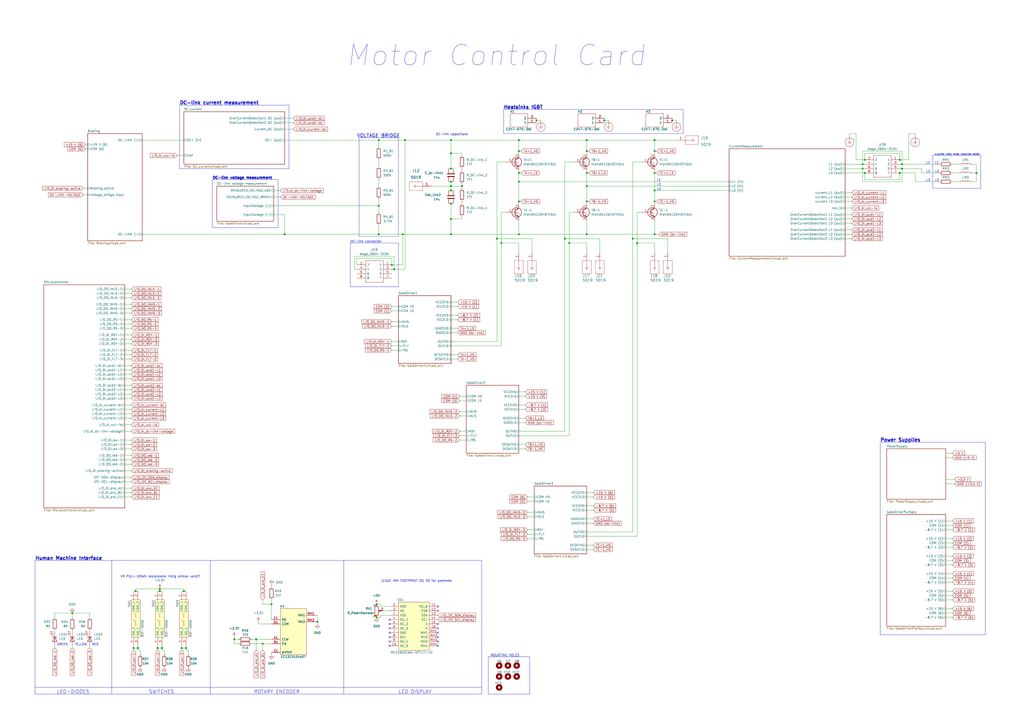
<source format=kicad_sch>
(kicad_sch (version 20230121) (generator eeschema)
  (paper "A2")
  (title_block (title "3-phase DC/AC converter with SV-PWM") (date "2023-03-16") (rev "V. 1.1") (comment 1 "Ingrid Hovland") (comment 2 "Eirik Skorve Haugland") (comment 3 "Marius Englund"))
  (junction (at 327.66 138.43))
  (junction (at 521.97 92.71))
  (junction (at 218.44 358.14))
  (junction (at 340.36 116.84))
  (junction (at 566.42 100.33))
  (junction (at 300.99 81.28))
  (junction (at 184.15 360.68))
  (junction (at 135.89 370.84))
  (junction (at 379.73 135.89))
  (junction (at 165.1 135.89))
  (junction (at 80.01 375.92))
  (junction (at 219.71 119.38))
  (junction (at 330.2 140.97))
  (junction (at 228.6 156.21))
  (junction (at 340.36 87.63))
  (junction (at 152.4 373.38))
  (junction (at 290.83 140.97))
  (junction (at 389.89 69.85))
  (junction (at 379.73 110.49))
  (junction (at 300.99 135.89))
  (junction (at 218.44 350.52))
  (junction (at 78.74 342.9))
  (junction (at 219.71 81.28))
  (junction (at 233.68 135.89))
  (junction (at 148.59 370.84))
  (junction (at 501.65 92.71))
  (junction (at 369.57 140.97))
  (junction (at 105.41 375.92))
  (junction (at 350.52 69.85))
  (junction (at 523.24 95.25))
  (junction (at 300.99 87.63))
  (junction (at 500.38 95.25))
  (junction (at 288.29 138.43))
  (junction (at 93.98 375.92))
  (junction (at 261.62 97.79))
  (junction (at 367.03 138.43))
  (junction (at 340.36 81.28))
  (junction (at 261.62 135.89))
  (junction (at 219.71 135.89))
  (junction (at 379.73 116.84))
  (junction (at 311.15 69.85))
  (junction (at 300.99 105.41))
  (junction (at 300.99 116.84))
  (junction (at 92.71 341.63))
  (junction (at 379.73 100.33))
  (junction (at 234.95 81.28))
  (junction (at 261.62 110.49))
  (junction (at 77.47 375.92))
  (junction (at 300.99 100.33))
  (junction (at 261.62 107.95))
  (junction (at 227.33 153.67))
  (junction (at 379.73 87.63))
  (junction (at 41.91 355.6))
  (junction (at 379.73 81.28))
  (junction (at 340.36 135.89))
  (junction (at 157.48 350.52))
  (junction (at 261.62 118.11))
  (junction (at 106.68 342.9))
  (junction (at 261.62 81.28))
  (junction (at 340.36 100.33))
  (junction (at 521.97 100.33))
  (junction (at 91.44 375.92))
  (junction (at 261.62 88.9))
  (junction (at 107.95 375.92))
  (junction (at 261.62 127))
  (junction (at 340.36 107.95))
  (junction (at 92.71 342.9))
  (junction (at 523.24 97.79))
  (junction (at 267.97 107.95))
  (junction (at 500.38 97.79))
  (junction (at 261.62 105.41))
  (junction (at 501.65 100.33))
  (no_connect (at 254 361.95))
  (no_connect (at 254 372.11))
  (no_connect (at 226.06 359.41))
  (no_connect (at 226.06 361.95))
  (no_connect (at 254 374.65))
  (no_connect (at 254 351.79))
  (no_connect (at 254 367.03))
  (no_connect (at 226.06 372.11))
  (no_connect (at 226.06 364.49))
  (no_connect (at 254 354.33))
  (no_connect (at 226.06 374.65))
  (no_connect (at 226.06 369.57))
  (no_connect (at 254 369.57))
  (no_connect (at 254 364.49))
  (no_connect (at 226.06 367.03))
  (wire (pts (xy 490.22 127) (xy 494.03 127)))
  (wire (pts (xy 300.99 100.33) (xy 300.99 105.41)))
  (wire (pts (xy 219.71 81.28) (xy 234.95 81.28)))
  (wire (pts (xy 500.38 95.25) (xy 501.65 95.25)))
  (wire (pts (xy 78.74 342.9) (xy 78.74 341.63)))
  (wire (pts (xy 207.01 153.67) (xy 207.01 149.86)))
  (wire (pts (xy 527.05 77.47) (xy 527.05 92.71)))
  (wire (pts (xy 490.22 138.43) (xy 494.03 138.43)))
  (polyline (pts (xy 307.34 402.59) (xy 307.34 381)))
  (wire (pts (xy 72.39 181.61) (xy 76.2 181.61)))
  (wire (pts (xy 184.15 360.68) (xy 184.15 361.95)))
  (wire (pts (xy 300.99 227.33) (xy 304.8 227.33)))
  (wire (pts (xy 220.98 356.87) (xy 226.06 356.87)))
  (wire (pts (xy 261.62 88.9) (xy 267.97 88.9)))
  (wire (pts (xy 148.59 370.84) (xy 157.48 370.84)))
  (wire (pts (xy 490.22 129.54) (xy 494.03 129.54)))
  (wire (pts (xy 379.73 110.49) (xy 422.91 110.49)))
  (wire (pts (xy 340.36 81.28) (xy 340.36 87.63)))
  (wire (pts (xy 48.26 113.03) (xy 50.8 113.03)))
  (wire (pts (xy 293.37 93.98) (xy 288.29 93.98)))
  (wire (pts (xy 72.39 190.5) (xy 76.2 190.5)))
  (wire (pts (xy 52.07 365.76) (xy 52.07 367.03)))
  (wire (pts (xy 205.74 156.21) (xy 205.74 148.59)))
  (wire (pts (xy 260.35 97.79) (xy 261.62 97.79)))
  (wire (pts (xy 82.55 81.28) (xy 106.68 81.28)))
  (polyline (pts (xy 571.5 256.54) (xy 571.5 368.3)))
  (wire (pts (xy 379.73 116.84) (xy 379.73 118.11)))
  (wire (pts (xy 530.86 105.41) (xy 530.86 100.33)))
  (wire (pts (xy 261.62 193.04) (xy 265.43 193.04)))
  (wire (pts (xy 534.67 100.33) (xy 534.67 97.79)))
  (wire (pts (xy 261.62 81.28) (xy 300.99 81.28)))
  (wire (pts (xy 340.36 311.15) (xy 369.57 311.15)))
  (wire (pts (xy 72.39 237.49) (xy 76.2 237.49)))
  (wire (pts (xy 340.36 295.91) (xy 344.17 295.91)))
  (wire (pts (xy 219.71 81.28) (xy 219.71 85.09)))
  (wire (pts (xy 165.1 71.12) (xy 170.18 71.12)))
  (polyline (pts (xy 283.21 402.59) (xy 307.34 402.59)))
  (wire (pts (xy 135.89 369.57) (xy 135.89 370.84)))
  (wire (pts (xy 492.76 77.47) (xy 496.57 77.47)))
  (wire (pts (xy 219.71 115.57) (xy 219.71 119.38)))
  (wire (pts (xy 300.99 245.11) (xy 304.8 245.11)))
  (wire (pts (xy 552.45 100.33) (xy 556.26 100.33)))
  (polyline (pts (xy 231.14 166.37) (xy 203.2 166.37)))
  (wire (pts (xy 78.74 342.9) (xy 80.01 342.9)))
  (wire (pts (xy 72.39 214.63) (xy 76.2 214.63)))
  (wire (pts (xy 266.7 229.87) (xy 270.51 229.87)))
  (wire (pts (xy 261.62 182.88) (xy 265.43 182.88)))
  (wire (pts (xy 102.87 90.17) (xy 106.68 90.17)))
  (wire (pts (xy 548.64 353.06) (xy 552.45 353.06)))
  (wire (pts (xy 72.39 279.4) (xy 76.2 279.4)))
  (wire (pts (xy 227.33 177.8) (xy 231.14 177.8)))
  (wire (pts (xy 260.35 105.41) (xy 261.62 105.41)))
  (wire (pts (xy 72.39 260.35) (xy 76.2 260.35)))
  (polyline (pts (xy 123.19 132.08) (xy 161.29 132.08)))
  (wire (pts (xy 340.36 81.28) (xy 379.73 81.28)))
  (wire (pts (xy 379.73 87.63) (xy 379.73 88.9)))
  (wire (pts (xy 261.62 88.9) (xy 261.62 97.79)))
  (wire (pts (xy 227.33 200.66) (xy 231.14 200.66)))
  (wire (pts (xy 327.66 138.43) (xy 327.66 250.19)))
  (wire (pts (xy 261.62 198.12) (xy 288.29 198.12)))
  (wire (pts (xy 548.64 307.34) (xy 552.45 307.34)))
  (wire (pts (xy 92.71 341.63) (xy 106.68 341.63)))
  (wire (pts (xy 234.95 81.28) (xy 261.62 81.28)))
  (wire (pts (xy 261.62 200.66) (xy 290.83 200.66)))
  (wire (pts (xy 290.83 140.97) (xy 290.83 200.66)))
  (wire (pts (xy 218.44 358.14) (xy 220.98 358.14)))
  (wire (pts (xy 157.48 378.46) (xy 157.48 379.73)))
  (wire (pts (xy 72.39 219.71) (xy 76.2 219.71)))
  (polyline (pts (xy 283.21 381) (xy 283.21 402.59)))
  (wire (pts (xy 157.48 339.09) (xy 157.48 340.36)))
  (wire (pts (xy 52.07 358.14) (xy 52.07 355.6)))
  (wire (pts (xy 340.36 293.37) (xy 344.17 293.37)))
  (wire (pts (xy 563.88 95.25) (xy 566.42 95.25)))
  (wire (pts (xy 266.7 241.3) (xy 270.51 241.3)))
  (wire (pts (xy 496.57 77.47) (xy 496.57 92.71)))
  (wire (pts (xy 306.07 312.42) (xy 309.88 312.42)))
  (wire (pts (xy 49.53 83.82) (xy 50.8 83.82)))
  (wire (pts (xy 41.91 365.76) (xy 41.91 367.03)))
  (wire (pts (xy 306.07 307.34) (xy 309.88 307.34)))
  (wire (pts (xy 332.74 93.98) (xy 327.66 93.98)))
  (wire (pts (xy 91.44 374.65) (xy 91.44 375.92)))
  (wire (pts (xy 500.38 87.63) (xy 500.38 95.25)))
  (polyline (pts (xy 396.24 77.47) (xy 396.24 63.5)))
  (wire (pts (xy 548.64 265.43) (xy 552.45 265.43)))
  (wire (pts (xy 288.29 138.43) (xy 288.29 198.12)))
  (wire (pts (xy 72.39 172.72) (xy 76.2 172.72)))
  (wire (pts (xy 184.15 356.87) (xy 184.15 360.68)))
  (wire (pts (xy 530.86 100.33) (xy 521.97 100.33)))
  (wire (pts (xy 261.62 105.41) (xy 262.89 105.41)))
  (wire (pts (xy 548.64 347.98) (xy 552.45 347.98)))
  (wire (pts (xy 80.01 375.92) (xy 80.01 374.65)))
  (wire (pts (xy 219.71 104.14) (xy 219.71 107.95)))
  (polyline (pts (xy 541.02 109.22) (xy 568.96 109.22)))
  (wire (pts (xy 267.97 90.17) (xy 267.97 88.9)))
  (wire (pts (xy 233.68 153.67) (xy 233.68 135.89)))
  (wire (pts (xy 340.36 308.61) (xy 367.03 308.61)))
  (wire (pts (xy 501.65 92.71) (xy 501.65 88.9)))
  (wire (pts (xy 261.62 185.42) (xy 265.43 185.42)))
  (wire (pts (xy 350.52 71.12) (xy 350.52 69.85)))
  (wire (pts (xy 260.35 118.11) (xy 261.62 118.11)))
  (wire (pts (xy 233.68 135.89) (xy 261.62 135.89)))
  (wire (pts (xy 490.22 120.65) (xy 494.03 120.65)))
  (polyline (pts (xy 279.4 402.59) (xy 20.32 402.59)))
  (wire (pts (xy 93.98 374.65) (xy 93.98 375.92)))
  (wire (pts (xy 105.41 375.92) (xy 105.41 377.19)))
  (wire (pts (xy 340.36 316.23) (xy 344.17 316.23)))
  (wire (pts (xy 77.47 375.92) (xy 80.01 375.92)))
  (wire (pts (xy 72.39 203.2) (xy 76.2 203.2)))
  (wire (pts (xy 107.95 375.92) (xy 107.95 377.19)))
  (wire (pts (xy 300.99 100.33) (xy 302.26 100.33)))
  (polyline (pts (xy 571.5 368.3) (xy 510.54 368.3)))
  (wire (pts (xy 548.64 322.58) (xy 552.45 322.58)))
  (wire (pts (xy 490.22 100.33) (xy 501.65 100.33)))
  (wire (pts (xy 379.73 99.06) (xy 379.73 100.33)))
  (wire (pts (xy 389.89 71.12) (xy 389.89 69.85)))
  (wire (pts (xy 266.7 250.19) (xy 270.51 250.19)))
  (wire (pts (xy 227.33 186.69) (xy 231.14 186.69)))
  (wire (pts (xy 521.97 95.25) (xy 523.24 95.25)))
  (wire (pts (xy 548.64 317.5) (xy 552.45 317.5)))
  (wire (pts (xy 266.7 238.76) (xy 270.51 238.76)))
  (wire (pts (xy 149.86 361.95) (xy 157.48 361.95)))
  (wire (pts (xy 72.39 246.38) (xy 76.2 246.38)))
  (polyline (pts (xy 104.14 60.96) (xy 167.64 60.96)))
  (wire (pts (xy 306.07 297.18) (xy 309.88 297.18)))
  (wire (pts (xy 379.73 116.84) (xy 381 116.84)))
  (wire (pts (xy 379.73 81.28) (xy 379.73 87.63)))
  (polyline (pts (xy 231.14 140.97) (xy 231.14 166.37)))
  (wire (pts (xy 369.57 140.97) (xy 379.73 140.97)))
  (wire (pts (xy 288.29 138.43) (xy 308.61 138.43)))
  (wire (pts (xy 379.73 87.63) (xy 381 87.63)))
  (wire (pts (xy 534.67 100.33) (xy 544.83 100.33)))
  (wire (pts (xy 219.71 92.71) (xy 219.71 96.52)))
  (wire (pts (xy 93.98 375.92) (xy 93.98 377.19)))
  (wire (pts (xy 327.66 93.98) (xy 327.66 138.43)))
  (polyline (pts (xy 292.1 63.5) (xy 396.24 63.5)))
  (wire (pts (xy 146.05 373.38) (xy 152.4 373.38)))
  (wire (pts (xy 72.39 223.52) (xy 76.2 223.52)))
  (wire (pts (xy 267.97 125.73) (xy 267.97 127)))
  (wire (pts (xy 81.28 377.19) (xy 81.28 379.73)))
  (wire (pts (xy 300.99 81.28) (xy 340.36 81.28)))
  (wire (pts (xy 527.05 77.47) (xy 530.86 77.47)))
  (wire (pts (xy 347.98 146.05) (xy 347.98 138.43)))
  (wire (pts (xy 78.74 341.63) (xy 92.71 341.63)))
  (wire (pts (xy 548.64 345.44) (xy 552.45 345.44)))
  (wire (pts (xy 31.75 374.65) (xy 31.75 375.92)))
  (wire (pts (xy 340.36 135.89) (xy 379.73 135.89)))
  (wire (pts (xy 340.36 116.84) (xy 340.36 118.11)))
  (wire (pts (xy 48.26 109.22) (xy 50.8 109.22)))
  (wire (pts (xy 72.39 199.39) (xy 76.2 199.39)))
  (wire (pts (xy 492.76 78.74) (xy 492.76 77.47)))
  (wire (pts (xy 80.01 375.92) (xy 80.01 377.19)))
  (wire (pts (xy 82.55 135.89) (xy 165.1 135.89)))
  (wire (pts (xy 332.74 123.19) (xy 330.2 123.19)))
  (wire (pts (xy 72.39 196.85) (xy 76.2 196.85)))
  (wire (pts (xy 157.48 347.98) (xy 157.48 350.52)))
  (wire (pts (xy 72.39 257.81) (xy 76.2 257.81)))
  (wire (pts (xy 548.64 314.96) (xy 552.45 314.96)))
  (wire (pts (xy 379.73 81.28) (xy 392.43 81.28)))
  (wire (pts (xy 369.57 123.19) (xy 369.57 140.97)))
  (wire (pts (xy 72.39 187.96) (xy 76.2 187.96)))
  (wire (pts (xy 340.36 288.29) (xy 344.17 288.29)))
  (wire (pts (xy 496.57 92.71) (xy 501.65 92.71)))
  (wire (pts (xy 135.89 370.84) (xy 138.43 370.84)))
  (wire (pts (xy 165.1 124.46) (xy 165.1 135.89)))
  (wire (pts (xy 152.4 350.52) (xy 157.48 350.52)))
  (wire (pts (xy 152.4 373.38) (xy 152.4 377.19)))
  (wire (pts (xy 105.41 342.9) (xy 106.68 342.9)))
  (wire (pts (xy 372.11 93.98) (xy 367.03 93.98)))
  (wire (pts (xy 52.07 355.6) (xy 41.91 355.6)))
  (wire (pts (xy 548.64 278.13) (xy 553.72 278.13)))
  (wire (pts (xy 261.62 107.95) (xy 261.62 110.49)))
  (wire (pts (xy 490.22 124.46) (xy 494.03 124.46)))
  (wire (pts (xy 91.44 342.9) (xy 92.71 342.9)))
  (wire (pts (xy 72.39 240.03) (xy 76.2 240.03)))
  (wire (pts (xy 534.67 97.79) (xy 523.24 97.79)))
  (wire (pts (xy 300.99 234.95) (xy 304.8 234.95)))
  (wire (pts (xy 146.05 370.84) (xy 148.59 370.84)))
  (wire (pts (xy 523.24 87.63) (xy 500.38 87.63)))
  (wire (pts (xy 260.35 110.49) (xy 261.62 110.49)))
  (wire (pts (xy 379.73 110.49) (xy 379.73 116.84)))
  (polyline (pts (xy 167.64 97.79) (xy 167.64 60.96)))
  (polyline (pts (xy 123.19 104.14) (xy 161.29 104.14)))
  (wire (pts (xy 219.71 130.81) (xy 219.71 135.89)))
  (wire (pts (xy 106.68 341.63) (xy 106.68 342.9)))
  (wire (pts (xy 340.36 87.63) (xy 340.36 88.9)))
  (wire (pts (xy 548.64 262.89) (xy 552.45 262.89)))
  (polyline (pts (xy 510.54 256.54) (xy 510.54 368.3)))
  (wire (pts (xy 306.07 299.72) (xy 309.88 299.72)))
  (wire (pts (xy 152.4 347.98) (xy 152.4 350.52)))
  (wire (pts (xy 72.39 176.53) (xy 76.2 176.53)))
  (wire (pts (xy 77.47 377.19) (xy 77.47 375.92)))
  (wire (pts (xy 300.99 116.84) (xy 300.99 118.11)))
  (wire (pts (xy 389.89 69.85) (xy 392.43 69.85)))
  (wire (pts (xy 300.99 116.84) (xy 302.26 116.84)))
  (wire (pts (xy 311.15 71.12) (xy 311.15 69.85)))
  (wire (pts (xy 250.19 107.95) (xy 261.62 107.95)))
  (polyline (pts (xy 20.32 398.78) (xy 279.4 398.78)))
  (wire (pts (xy 372.11 123.19) (xy 369.57 123.19)))
  (wire (pts (xy 369.57 140.97) (xy 369.57 311.15)))
  (wire (pts (xy 228.6 148.59) (xy 228.6 156.21)))
  (wire (pts (xy 300.99 87.63) (xy 302.26 87.63)))
  (wire (pts (xy 563.88 100.33) (xy 566.42 100.33)))
  (wire (pts (xy 490.22 111.76) (xy 494.03 111.76)))
  (wire (pts (xy 227.33 180.34) (xy 231.14 180.34)))
  (wire (pts (xy 72.39 283.21) (xy 76.2 283.21)))
  (wire (pts (xy 300.99 250.19) (xy 327.66 250.19)))
  (polyline (pts (xy 64.77 325.12) (xy 64.77 402.59)))
  (wire (pts (xy 521.97 104.14) (xy 521.97 100.33)))
  (wire (pts (xy 300.99 257.81) (xy 304.8 257.81)))
  (wire (pts (xy 261.62 208.28) (xy 265.43 208.28)))
  (wire (pts (xy 72.39 212.09) (xy 76.2 212.09)))
  (wire (pts (xy 261.62 127) (xy 261.62 135.89)))
  (wire (pts (xy 300.99 229.87) (xy 304.8 229.87)))
  (wire (pts (xy 389.89 68.58) (xy 389.89 69.85)))
  (wire (pts (xy 220.98 356.87) (xy 220.98 358.14)))
  (wire (pts (xy 31.75 365.76) (xy 31.75 367.03)))
  (wire (pts (xy 72.39 170.18) (xy 76.2 170.18)))
  (wire (pts (xy 207.01 156.21) (xy 205.74 156.21)))
  (wire (pts (xy 261.62 81.28) (xy 261.62 88.9)))
  (wire (pts (xy 266.7 252.73) (xy 270.51 252.73)))
  (wire (pts (xy 340.36 318.77) (xy 344.17 318.77)))
  (wire (pts (xy 490.22 135.89) (xy 494.03 135.89)))
  (polyline (pts (xy 161.29 132.08) (xy 161.29 104.14)))
  (wire (pts (xy 80.01 377.19) (xy 81.28 377.19)))
  (wire (pts (xy 379.73 128.27) (xy 379.73 135.89)))
  (wire (pts (xy 72.39 242.57) (xy 76.2 242.57)))
  (wire (pts (xy 219.71 119.38) (xy 219.71 123.19)))
  (wire (pts (xy 501.65 97.79) (xy 500.38 97.79)))
  (wire (pts (xy 293.37 123.19) (xy 290.83 123.19)))
  (wire (pts (xy 72.39 250.19) (xy 76.2 250.19)))
  (wire (pts (xy 340.36 300.99) (xy 344.17 300.99)))
  (polyline (pts (xy 199.39 325.12) (xy 199.39 402.59)))
  (wire (pts (xy 205.74 148.59) (xy 228.6 148.59)))
  (wire (pts (xy 261.62 177.8) (xy 265.43 177.8)))
  (polyline (pts (xy 20.32 325.12) (xy 279.4 325.12)))
  (polyline (pts (xy 121.92 325.12) (xy 121.92 402.59)))
  (wire (pts (xy 548.64 337.82) (xy 552.45 337.82)))
  (wire (pts (xy 227.33 189.23) (xy 231.14 189.23)))
  (wire (pts (xy 41.91 374.65) (xy 41.91 375.92)))
  (wire (pts (xy 266.7 255.27) (xy 270.51 255.27)))
  (wire (pts (xy 548.64 304.8) (xy 552.45 304.8)))
  (wire (pts (xy 109.22 377.19) (xy 109.22 379.73)))
  (wire (pts (xy 300.99 99.06) (xy 300.99 100.33)))
  (wire (pts (xy 563.88 105.41) (xy 566.42 105.41)))
  (wire (pts (xy 41.91 358.14) (xy 41.91 355.6)))
  (wire (pts (xy 182.88 356.87) (xy 184.15 356.87)))
  (wire (pts (xy 72.39 269.24) (xy 76.2 269.24)))
  (wire (pts (xy 220.98 351.79) (xy 226.06 351.79)))
  (wire (pts (xy 300.99 135.89) (xy 340.36 135.89)))
  (wire (pts (xy 72.39 255.27) (xy 76.2 255.27)))
  (wire (pts (xy 165.1 74.93) (xy 170.18 74.93)))
  (wire (pts (xy 31.75 358.14) (xy 31.75 355.6)))
  (wire (pts (xy 523.24 95.25) (xy 523.24 87.63)))
  (wire (pts (xy 182.88 360.68) (xy 184.15 360.68)))
  (wire (pts (xy 95.25 379.73) (xy 95.25 377.19)))
  (wire (pts (xy 340.36 128.27) (xy 340.36 135.89)))
  (wire (pts (xy 107.95 374.65) (xy 107.95 375.92)))
  (wire (pts (xy 308.61 146.05) (xy 308.61 138.43)))
  (polyline (pts (xy 283.21 381) (xy 307.34 381)))
  (polyline (pts (xy 292.1 77.47) (xy 396.24 77.47)))
  (wire (pts (xy 138.43 373.38) (xy 135.89 373.38)))
  (wire (pts (xy 340.36 87.63) (xy 341.63 87.63)))
  (wire (pts (xy 387.35 146.05) (xy 387.35 138.43)))
  (wire (pts (xy 72.39 264.16) (xy 76.2 264.16)))
  (wire (pts (xy 92.71 342.9) (xy 93.98 342.9)))
  (polyline (pts (xy 203.2 140.97) (xy 231.14 140.97)))
  (polyline (pts (xy 231.14 80.01) (xy 231.14 137.16)))
  (wire (pts (xy 261.62 190.5) (xy 265.43 190.5)))
  (wire (pts (xy 306.07 309.88) (xy 309.88 309.88)))
  (wire (pts (xy 72.39 167.64) (xy 76.2 167.64)))
  (wire (pts (xy 300.99 252.73) (xy 330.2 252.73)))
  (wire (pts (xy 300.99 105.41) (xy 422.91 105.41)))
  (wire (pts (xy 523.24 97.79) (xy 521.97 97.79)))
  (wire (pts (xy 300.99 260.35) (xy 304.8 260.35)))
  (wire (pts (xy 350.52 69.85) (xy 353.06 69.85)))
  (wire (pts (xy 261.62 175.26) (xy 265.43 175.26)))
  (wire (pts (xy 350.52 68.58) (xy 350.52 69.85)))
  (wire (pts (xy 105.41 374.65) (xy 105.41 375.92)))
  (wire (pts (xy 379.73 135.89) (xy 382.27 135.89)))
  (wire (pts (xy 330.2 140.97) (xy 330.2 252.73)))
  (wire (pts (xy 41.91 355.6) (xy 31.75 355.6)))
  (wire (pts (xy 227.33 149.86) (xy 227.33 153.67)))
  (polyline (pts (xy 203.2 140.97) (xy 203.2 166.37)))
  (wire (pts (xy 548.64 342.9) (xy 552.45 342.9)))
  (wire (pts (xy 261.62 118.11) (xy 261.62 127)))
  (polyline (pts (xy 541.02 90.17) (xy 541.02 109.22)))
  (wire (pts (xy 330.2 123.19) (xy 330.2 140.97)))
  (wire (pts (xy 72.39 205.74) (xy 76.2 205.74)))
  (wire (pts (xy 218.44 350.52) (xy 220.98 350.52)))
  (wire (pts (xy 311.15 68.58) (xy 311.15 69.85)))
  (wire (pts (xy 300.99 128.27) (xy 300.99 135.89)))
  (wire (pts (xy 72.39 226.06) (xy 76.2 226.06)))
  (wire (pts (xy 548.64 355.6) (xy 552.45 355.6)))
  (wire (pts (xy 566.42 95.25) (xy 566.42 100.33)))
  (wire (pts (xy 234.95 156.21) (xy 234.95 81.28)))
  (wire (pts (xy 266.7 232.41) (xy 270.51 232.41)))
  (wire (pts (xy 521.97 88.9) (xy 521.97 92.71)))
  (wire (pts (xy 152.4 373.38) (xy 157.48 373.38)))
  (wire (pts (xy 311.15 69.85) (xy 313.69 69.85)))
  (wire (pts (xy 552.45 105.41) (xy 556.26 105.41)))
  (wire (pts (xy 340.36 100.33) (xy 340.36 107.95)))
  (wire (pts (xy 327.66 138.43) (xy 347.98 138.43)))
  (wire (pts (xy 227.33 198.12) (xy 231.14 198.12)))
  (wire (pts (xy 300.99 237.49) (xy 304.8 237.49)))
  (wire (pts (xy 105.41 375.92) (xy 107.95 375.92)))
  (wire (pts (xy 219.71 135.89) (xy 233.68 135.89)))
  (wire (pts (xy 267.97 106.68) (xy 267.97 107.95)))
  (wire (pts (xy 72.39 179.07) (xy 76.2 179.07)))
  (wire (pts (xy 379.73 100.33) (xy 379.73 110.49)))
  (wire (pts (xy 340.36 116.84) (xy 341.63 116.84)))
  (polyline (pts (xy 123.19 104.14) (xy 123.19 132.08)))
  (wire (pts (xy 77.47 342.9) (xy 78.74 342.9)))
  (wire (pts (xy 267.97 97.79) (xy 267.97 99.06)))
  (wire (pts (xy 548.64 302.26) (xy 552.45 302.26)))
  (wire (pts (xy 501.65 104.14) (xy 521.97 104.14)))
  (wire (pts (xy 306.07 290.83) (xy 309.88 290.83)))
  (wire (pts (xy 523.24 105.41) (xy 523.24 97.79)))
  (wire (pts (xy 72.39 185.42) (xy 76.2 185.42)))
  (wire (pts (xy 91.44 375.92) (xy 91.44 377.19)))
  (wire (pts (xy 72.39 228.6) (xy 76.2 228.6)))
  (wire (pts (xy 300.99 105.41) (xy 300.99 116.84)))
  (wire (pts (xy 228.6 156.21) (xy 234.95 156.21)))
  (wire (pts (xy 158.75 119.38) (xy 219.71 119.38)))
  (wire (pts (xy 306.07 288.29) (xy 309.88 288.29)))
  (wire (pts (xy 367.03 138.43) (xy 387.35 138.43)))
  (wire (pts (xy 340.36 100.33) (xy 341.63 100.33)))
  (wire (pts (xy 548.64 280.67) (xy 553.72 280.67)))
  (wire (pts (xy 300.99 146.05) (xy 300.99 140.97)))
  (polyline (pts (xy 231.14 137.16) (xy 208.28 137.16)))
  (polyline (pts (xy 279.4 325.12) (xy 279.4 402.59)))
  (wire (pts (xy 148.59 370.84) (xy 148.59 377.19)))
  (wire (pts (xy 340.36 107.95) (xy 422.91 107.95)))
  (wire (pts (xy 548.64 327.66) (xy 552.45 327.66)))
  (wire (pts (xy 135.89 373.38) (xy 135.89 370.84)))
  (wire (pts (xy 490.22 116.84) (xy 494.03 116.84)))
  (wire (pts (xy 367.03 93.98) (xy 367.03 138.43)))
  (wire (pts (xy 72.39 276.86) (xy 76.2 276.86)))
  (wire (pts (xy 501.65 100.33) (xy 501.65 104.14)))
  (wire (pts (xy 548.64 312.42) (xy 552.45 312.42)))
  (polyline (pts (xy 510.54 256.54) (xy 571.5 256.54)))
  (polyline (pts (xy 104.14 60.96) (xy 104.14 97.79)))
  (wire (pts (xy 72.39 234.95) (xy 76.2 234.95)))
  (wire (pts (xy 72.39 208.28) (xy 76.2 208.28)))
  (wire (pts (xy 527.05 92.71) (xy 521.97 92.71)))
  (wire (pts (xy 77.47 375.92) (xy 77.47 374.65)))
  (wire (pts (xy 220.98 351.79) (xy 220.98 350.52)))
  (wire (pts (xy 300.99 140.97) (xy 290.83 140.97)))
  (wire (pts (xy 109.22 377.19) (xy 107.95 377.19)))
  (wire (pts (xy 300.99 87.63) (xy 300.99 88.9)))
  (wire (pts (xy 72.39 266.7) (xy 76.2 266.7)))
  (wire (pts (xy 157.48 350.52) (xy 157.48 359.41)))
  (wire (pts (xy 490.22 133.35) (xy 494.03 133.35)))
  (wire (pts (xy 222.25 354.33) (xy 226.06 354.33)))
  (wire (pts (xy 340.36 303.53) (xy 344.17 303.53)))
  (wire (pts (xy 228.6 156.21) (xy 227.33 156.21)))
  (wire (pts (xy 165.1 81.28) (xy 219.71 81.28)))
  (wire (pts (xy 501.65 88.9) (xy 521.97 88.9)))
  (wire (pts (xy 72.39 285.75) (xy 76.2 285.75)))
  (wire (pts (xy 548.64 358.14) (xy 552.45 358.14)))
  (wire (pts (xy 165.1 135.89) (xy 219.71 135.89)))
  (wire (pts (xy 72.39 273.05) (xy 76.2 273.05)))
  (wire (pts (xy 367.03 138.43) (xy 367.03 308.61)))
  (wire (pts (xy 530.86 77.47) (xy 530.86 78.74)))
  (wire (pts (xy 106.68 342.9) (xy 107.95 342.9)))
  (wire (pts (xy 340.36 99.06) (xy 340.36 100.33)))
  (wire (pts (xy 490.22 97.79) (xy 500.38 97.79)))
  (wire (pts (xy 523.24 95.25) (xy 544.83 95.25)))
  (wire (pts (xy 261.62 110.49) (xy 262.89 110.49)))
  (wire (pts (xy 261.62 107.95) (xy 267.97 107.95)))
  (wire (pts (xy 158.75 110.49) (xy 162.56 110.49)))
  (polyline (pts (xy 208.28 80.01) (xy 231.14 80.01)))
  (polyline (pts (xy 104.14 97.79) (xy 167.64 97.79)))
  (wire (pts (xy 165.1 68.58) (xy 170.18 68.58)))
  (wire (pts (xy 91.44 375.92) (xy 93.98 375.92)))
  (wire (pts (xy 227.33 153.67) (xy 233.68 153.67)))
  (wire (pts (xy 548.64 335.28) (xy 552.45 335.28)))
  (wire (pts (xy 490.22 95.25) (xy 500.38 95.25)))
  (wire (pts (xy 548.64 332.74) (xy 552.45 332.74)))
  (wire (pts (xy 290.83 123.19) (xy 290.83 140.97)))
  (wire (pts (xy 149.86 360.68) (xy 149.86 361.95)))
  (wire (pts (xy 158.75 114.3) (xy 162.56 114.3)))
  (wire (pts (xy 207.01 149.86) (xy 227.33 149.86)))
  (wire (pts (xy 379.73 140.97) (xy 379.73 146.05)))
  (wire (pts (xy 267.97 107.95) (xy 267.97 109.22)))
  (wire (pts (xy 544.83 105.41) (xy 530.86 105.41)))
  (wire (pts (xy 566.42 100.33) (xy 566.42 105.41)))
  (wire (pts (xy 72.39 194.31) (xy 76.2 194.31)))
  (wire (pts (xy 552.45 95.25) (xy 556.26 95.25)))
  (wire (pts (xy 158.75 124.46) (xy 165.1 124.46)))
  (wire (pts (xy 340.36 107.95) (xy 340.36 116.84)))
  (wire (pts (xy 261.62 118.11) (xy 262.89 118.11)))
  (polyline (pts (xy 20.32 325.12) (xy 20.32 402.59)))
  (wire (pts (xy 340.36 146.05) (xy 340.36 140.97)))
  (wire (pts (xy 548.64 325.12) (xy 552.45 325.12)))
  (wire (pts (xy 72.39 231.14) (xy 76.2 231.14)))
  (wire (pts (xy 340.36 140.97) (xy 330.2 140.97)))
  (wire (pts (xy 300.99 242.57) (xy 304.8 242.57)))
  (wire (pts (xy 95.25 377.19) (xy 93.98 377.19)))
  (wire (pts (xy 340.36 285.75) (xy 344.17 285.75)))
  (wire (pts (xy 72.39 217.17) (xy 76.2 217.17)))
  (wire (pts (xy 261.62 97.79) (xy 262.89 97.79)))
  (wire (pts (xy 500.38 97.79) (xy 500.38 105.41)))
  (wire (pts (xy 267.97 116.84) (xy 267.97 118.11)))
  (wire (pts (xy 261.62 205.74) (xy 265.43 205.74)))
  (wire (pts (xy 379.73 100.33) (xy 381 100.33)))
  (wire (pts (xy 288.29 93.98) (xy 288.29 138.43)))
  (wire (pts (xy 300.99 81.28) (xy 300.99 87.63)))
  (wire (pts (xy 261.62 135.89) (xy 300.99 135.89)))
  (wire (pts (xy 92.71 341.63) (xy 92.71 342.9)))
  (wire (pts (xy 490.22 114.3) (xy 494.03 114.3)))
  (wire (pts (xy 227.33 203.2) (xy 231.14 203.2)))
  (polyline (pts (xy 292.1 63.5) (xy 292.1 77.47)))
  (polyline (pts (xy 568.96 109.22) (xy 568.96 90.17)))
  (polyline (pts (xy 541.02 90.17) (xy 568.96 90.17)))
  (wire (pts (xy 52.07 374.65) (xy 52.07 375.92)))
  (polyline (pts (xy 208.28 80.01) (xy 208.28 137.16)))
  (wire (pts (xy 49.53 86.36) (xy 50.8 86.36)))
  (wire (pts (xy 261.62 127) (xy 267.97 127)))
  (wire (pts (xy 72.39 288.29) (xy 76.2 288.29)))
  (wire (pts (xy 261.62 105.41) (xy 261.62 107.95)))
  (wire (pts (xy 500.38 105.41) (xy 523.24 105.41)))
  (text "DC-link capacitors" (at 252.73 78.74 0) (effects (font (size 1.27 1.27)) (justify left bottom)))
  (text "L3" (at 537.21 105.41 0) (effects (font (size 1.27 1.27)) (justify left bottom)))
  (text "DC-link connector" (at 203.2 140.97 0) (effects (font (size 1.27 1.27)) (justify left bottom)))
  (text "DC-link current measurement\n" (at 104.14 60.96 0) (effects (font (size 2 2) (thickness 0.4) bold) (justify left bottom)))
  (text "L3" (at 381 110.49 0) (effects (font (size 1.27 1.27)) (justify left bottom)))
  (text "LCD DISPLAY" (at 231.14 402.59 0) (effects (font (size 2 2)) (justify left bottom)))
  (text "LEGGE INN FOOTPRINT OG 3D for potmeter\n" (at 220.98 337.82 0) (effects (font (size 1.27 1.27)) (justify left bottom)))
  (text "L1" (at 537.21 95.25 0) (effects (font (size 1.27 1.27)) (justify left bottom)))
  (text "LED-DIODES" (at 33.02 402.59 0) (effects (font (size 2 2)) (justify left bottom)))
  (text "DC-link voltage measurement\n" (at 123.19 104.14 0) (effects (font (size 1.5 1.5) (thickness 0.4) bold) (justify left bottom)))
  (text "Power Supplies" (at 510.54 256.54 0) (effects (font (size 2 2) (thickness 0.4) bold) (justify left bottom)))
  (text "RED" (at 53.34 374.65 0) (effects (font (size 1.27 1.27)) (justify left bottom)))
  (text "L1" (at 381 105.41 0) (effects (font (size 1.27 1.27)) (justify left bottom)))
  (text "GREEN\n" (at 33.02 374.65 0) (effects (font (size 1.27 1.27)) (justify left bottom)))
  (text "Heatsinks IGBT" (at 292.1 63.5 0) (effects (font (size 2 2) (thickness 0.4) bold) (justify left bottom)))
  (text "ER PULL-DOWN resistorene riktig ohmsk verdi?" (at 69.85 335.28 0) (effects (font (size 1.27 1.27)) (justify left bottom)))
  (text "ROTARY ENCODER" (at 147.32 402.59 0) (effects (font (size 2 2)) (justify left bottom)))
  (text "L2" (at 537.21 100.33 0) (effects (font (size 1.27 1.27)) (justify left bottom)))
  (text "YELLOW" (at 43.18 374.65 0) (effects (font (size 1.27 1.27)) (justify left bottom)))
  (text "MOUNTING HOLES" (at 284.48 381 0) (effects (font (size 1.27 1.27)) (justify left bottom)))
  (text "SWITCHES" (at 86.36 402.59 0) (effects (font (size 2 2)) (justify left bottom)))
  (text "L1" (at 542.29 95.25 0) (effects (font (size 1.27 1.27)) (justify left bottom)))
  (text "L2\n" (at 542.29 100.33 0) (effects (font (size 1.27 1.27)) (justify left bottom)))
  (text "Motor Control Card" (at 200.66 39.37 0) (effects (font (size 12 12) italic) (justify left bottom)))
  (text "VOLTAGE BRIDGE" (at 207.01 80.01 0) (effects (font (size 2 2) (thickness 0.254) bold) (justify left bottom)))
  (text "L2" (at 381 107.95 0) (effects (font (size 1.27 1.27)) (justify left bottom)))
  (text "ELECTRIC THREE PHASE INDUCTION MOTOR\n" (at 542.29 90.17 0) (effects (font (size 0.8 0.8)) (justify left bottom)))
  (text "L3" (at 542.29 105.41 0) (effects (font (size 1.27 1.27)) (justify left bottom)))
  (text "Human Machine Interface" (at 20.32 325.12 0) (effects (font (size 2 2) (thickness 0.4) bold) (justify left bottom)))
  (global_label "TA+1_LS" (shape input) (at 302.26 100.33 0) (property "Intersheetrefs" "${INTERSHEET_REFS}" (effects hide)))
  (global_label "I{slash}O_AI_dc-link-voltage" (shape input) (at 76.2 250.19 0) (property "Intersheetrefs" "${INTERSHEET_REFS}" (effects hide)))
  (global_label "TA+1_LS" (shape input) (at 265.43 190.5 0) (property "Intersheetrefs" "${INTERSHEET_REFS}" (effects hide)))
  (global_label "I{slash}O_AI_current-L2" (shape input) (at 494.03 114.3 0) (property "Intersheetrefs" "${INTERSHEET_REFS}" (effects hide)))
  (global_label "COM (2)" (shape input) (at 227.33 177.8 180) (property "Intersheetrefs" "${INTERSHEET_REFS}" (effects hide)))
  (global_label "I{slash}O_DI_ocd1-L2" (shape input) (at 76.2 217.17 0) (property "Intersheetrefs" "${INTERSHEET_REFS}" (effects hide)))
  (global_label "I{slash}O_DI_sw-1" (shape input) (at 76.2 255.27 0) (property "Intersheetrefs" "${INTERSHEET_REFS}" (effects hide)))
  (global_label "TB-1_HS" (shape input) (at 341.63 116.84 0) (property "Intersheetrefs" "${INTERSHEET_REFS}" (effects hide)))
  (global_label "I{slash}O_DO_RS-1" (shape input) (at 76.2 185.42 0) (property "Intersheetrefs" "${INTERSHEET_REFS}" (effects hide)))
  (global_label "I{slash}O_DI_braking-active" (shape input) (at 76.2 273.05 0) (property "Intersheetrefs" "${INTERSHEET_REFS}" (effects hide)))
  (global_label "I{slash}O_DO_led-2" (shape input) (at 41.91 375.92 270) (property "Intersheetrefs" "${INTERSHEET_REFS}" (effects hide)))
  (global_label "I{slash}O_DO_RS-3" (shape input) (at 306.07 312.42 180) (property "Intersheetrefs" "${INTERSHEET_REFS}" (effects hide)))
  (global_label "I{slash}O_AI_vcc-io" (shape input) (at 76.2 246.38 0) (property "Intersheetrefs" "${INTERSHEET_REFS}" (effects hide)))
  (global_label "+15 V (6)" (shape input) (at 552.45 353.06 0) (property "Intersheetrefs" "${INTERSHEET_REFS}" (effects hide)))
  (global_label "+5 V" (shape input) (at 552.45 262.89 0) (property "Intersheetrefs" "${INTERSHEET_REFS}" (effects hide)))
  (global_label "I{slash}O_AI_vcc-io" (shape input) (at 102.87 90.17 180) (property "Intersheetrefs" "${INTERSHEET_REFS}" (effects hide)))
  (global_label "+15 V (2)" (shape input) (at 552.45 312.42 0) (property "Intersheetrefs" "${INTERSHEET_REFS}" (effects hide)))
  (global_label "I{slash}O_DO_INHS-1" (shape input) (at 76.2 176.53 0) (property "Intersheetrefs" "${INTERSHEET_REFS}" (effects hide)))
  (global_label "COM (2)" (shape input) (at 552.45 314.96 0) (property "Intersheetrefs" "${INTERSHEET_REFS}" (effects hide)))
  (global_label "I{slash}O_AI_current-L3" (shape input) (at 76.2 242.57 0) (property "Intersheetrefs" "${INTERSHEET_REFS}" (effects hide)))
  (global_label "-8.7 V (6)" (shape input) (at 344.17 293.37 0) (property "Intersheetrefs" "${INTERSHEET_REFS}" (effects hide)))
  (global_label "-8.7 V (4)" (shape input) (at 304.8 234.95 0) (property "Intersheetrefs" "${INTERSHEET_REFS}" (effects hide)))
  (global_label "COM (6)" (shape input) (at 552.45 355.6 0) (property "Intersheetrefs" "${INTERSHEET_REFS}" (effects hide)))
  (global_label "COM (5)" (shape input) (at 306.07 290.83 180) (property "Intersheetrefs" "${INTERSHEET_REFS}" (effects hide)))
  (global_label "I{slash}O_I2C_SDA_display" (shape input) (at 254 356.87 0) (property "Intersheetrefs" "${INTERSHEET_REFS}" (effects hide)))
  (global_label "+15 V (6)" (shape input) (at 49.53 83.82 180) (property "Intersheetrefs" "${INTERSHEET_REFS}" (effects hide)))
  (global_label "TB+1_LS" (shape input) (at 341.63 100.33 0) (property "Intersheetrefs" "${INTERSHEET_REFS}" (effects hide)))
  (global_label "+15 V (5)" (shape input) (at 552.45 342.9 0) (property "Intersheetrefs" "${INTERSHEET_REFS}" (effects hide)))
  (global_label "I{slash}O_DI_enc_A1" (shape input) (at 148.59 377.19 270) (property "Intersheetrefs" "${INTERSHEET_REFS}" (effects hide)))
  (global_label "I{slash}O_AI_current-L1" (shape input) (at 76.2 237.49 0) (property "Intersheetrefs" "${INTERSHEET_REFS}" (effects hide)))
  (global_label "TA+1_HS" (shape input) (at 302.26 87.63 0) (property "Intersheetrefs" "${INTERSHEET_REFS}" (effects hide)))
  (global_label "I{slash}O_DI_FLT-1" (shape input) (at 227.33 200.66 180) (property "Intersheetrefs" "${INTERSHEET_REFS}" (effects hide)))
  (global_label "I{slash}O_DI_RDY-1" (shape input) (at 227.33 198.12 180) (property "Intersheetrefs" "${INTERSHEET_REFS}" (effects hide)))
  (global_label "I{slash}O_AI_current-L2" (shape input) (at 76.2 240.03 0) (property "Intersheetrefs" "${INTERSHEET_REFS}" (effects hide)))
  (global_label "I{slash}O_DO_INLS-1" (shape input) (at 227.33 189.23 180) (property "Intersheetrefs" "${INTERSHEET_REFS}" (effects hide)))
  (global_label "-8.7 V (6)" (shape input) (at 552.45 358.14 0) (property "Intersheetrefs" "${INTERSHEET_REFS}" (effects hide)))
  (global_label "I{slash}O_DO_INLS-1" (shape input) (at 76.2 167.64 0) (property "Intersheetrefs" "${INTERSHEET_REFS}" (effects hide)))
  (global_label "TC-1_HS" (shape input) (at 381 116.84 0) (property "Intersheetrefs" "${INTERSHEET_REFS}" (effects hide)))
  (global_label "COM (4)" (shape input) (at 552.45 335.28 0) (property "Intersheetrefs" "${INTERSHEET_REFS}" (effects hide)))
  (global_label "+15 V (3)" (shape input) (at 304.8 229.87 0) (property "Intersheetrefs" "${INTERSHEET_REFS}" (effects hide)))
  (global_label "I{slash}O_DO_led-3" (shape input) (at 52.07 375.92 270) (property "Intersheetrefs" "${INTERSHEET_REFS}" (effects hide)))
  (global_label "TA-1_HS" (shape input) (at 302.26 116.84 0) (property "Intersheetrefs" "${INTERSHEET_REFS}" (effects hide)))
  (global_label "-8.7 V (4)" (shape input) (at 552.45 337.82 0) (property "Intersheetrefs" "${INTERSHEET_REFS}" (effects hide)))
  (global_label "COM (3)" (shape input) (at 266.7 232.41 180) (property "Intersheetrefs" "${INTERSHEET_REFS}" (effects hide)))
  (global_label "GND (dc-link)" (shape input) (at 304.8 245.11 0) (property "Intersheetrefs" "${INTERSHEET_REFS}" (effects hide)))
  (global_label "GND (+3.3 V)" (shape input) (at 553.72 280.67 0) (property "Intersheetrefs" "${INTERSHEET_REFS}" (effects hide)))
  (global_label "I{slash}O_DI_braking-active" (shape input) (at 48.26 109.22 180) (property "Intersheetrefs" "${INTERSHEET_REFS}" (effects hide)))
  (global_label "I{slash}O_DO_INLS-2" (shape input) (at 76.2 170.18 0) (property "Intersheetrefs" "${INTERSHEET_REFS}" (effects hide)))
  (global_label "I{slash}O_DI_ocd1-L1" (shape input) (at 494.03 124.46 0) (property "Intersheetrefs" "${INTERSHEET_REFS}" (effects hide)))
  (global_label "I{slash}O_DI_enc_E1" (shape input) (at 76.2 288.29 0) (property "Intersheetrefs" "${INTERSHEET_REFS}" (effects hide)))
  (global_label "I{slash}O_DO_led-2" (shape input) (at 76.2 266.7 0) (property "Intersheetrefs" "${INTERSHEET_REFS}" (effects hide)))
  (global_label "+15 V (1)" (shape input) (at 265.43 177.8 0) (property "Intersheetrefs" "${INTERSHEET_REFS}" (effects hide)))
  (global_label "I{slash}O_AI_dc-link-voltage" (shape input) (at 162.56 110.49 0) (property "Intersheetrefs" "${INTERSHEET_REFS}" (effects hide)))
  (global_label "I{slash}O_DO_INHS-3" (shape input) (at 76.2 181.61 0) (property "Intersheetrefs" "${INTERSHEET_REFS}" (effects hide)))
  (global_label "I{slash}O_DO_INHS-2" (shape input) (at 76.2 179.07 0) (property "Intersheetrefs" "${INTERSHEET_REFS}" (effects hide)))
  (global_label "-8.7 V (3)" (shape input) (at 304.8 237.49 0) (property "Intersheetrefs" "${INTERSHEET_REFS}" (effects hide)))
  (global_label "I{slash}O_DI_ocd2-L3" (shape input) (at 494.03 138.43 0) (property "Intersheetrefs" "${INTERSHEET_REFS}" (effects hide)))
  (global_label "COM (1)" (shape input) (at 552.45 304.8 0) (property "Intersheetrefs" "${INTERSHEET_REFS}" (effects hide)))
  (global_label "+3.3 V" (shape input) (at 553.72 278.13 0) (property "Intersheetrefs" "${INTERSHEET_REFS}" (effects hide)))
  (global_label "I{slash}O_I2C_SCL_display" (shape input) (at 76.2 279.4 0) (property "Intersheetrefs" "${INTERSHEET_REFS}" (effects hide)))
  (global_label "I{slash}O_DI_ocd2-L2" (shape input) (at 494.03 135.89 0) (property "Intersheetrefs" "${INTERSHEET_REFS}" (effects hide)))
  (global_label "I{slash}O_AI_current-dc" (shape input) (at 76.2 234.95 0) (property "Intersheetrefs" "${INTERSHEET_REFS}" (effects hide)))
  (global_label "I{slash}O_DI_FLT-2" (shape input) (at 266.7 252.73 180) (property "Intersheetrefs" "${INTERSHEET_REFS}" (effects hide)))
  (global_label "I{slash}O_DO_INHS-1" (shape input) (at 227.33 186.69 180) (property "Intersheetrefs" "${INTERSHEET_REFS}" (effects hide)))
  (global_label "GND (dc-link)" (shape input) (at 265.43 193.04 0) (property "Intersheetrefs" "${INTERSHEET_REFS}" (effects hide)))
  (global_label "TC+1_HS" (shape input) (at 381 87.63 0) (property "Intersheetrefs" "${INTERSHEET_REFS}" (effects hide)))
  (global_label "I{slash}O_DI_sw-3" (shape input) (at 76.2 260.35 0) (property "Intersheetrefs" "${INTERSHEET_REFS}" (effects hide)))
  (global_label "-8.7 V (5)" (shape input) (at 344.17 295.91 0) (property "Intersheetrefs" "${INTERSHEET_REFS}" (effects hide)))
  (global_label "TC+1_LS" (shape input) (at 344.17 300.99 0) (property "Intersheetrefs" "${INTERSHEET_REFS}" (effects hide)))
  (global_label "I{slash}O_DO_INLS-3" (shape input) (at 76.2 172.72 0) (property "Intersheetrefs" "${INTERSHEET_REFS}" (effects hide)))
  (global_label "I{slash}O_DI_RDY-2" (shape input) (at 266.7 250.19 180) (property "Intersheetrefs" "${INTERSHEET_REFS}" (effects hide)))
  (global_label "GND (+5 V)" (shape input) (at 552.45 265.43 0) (property "Intersheetrefs" "${INTERSHEET_REFS}" (effects hide)))
  (global_label "+15 V (4)" (shape input) (at 304.8 227.33 0) (property "Intersheetrefs" "${INTERSHEET_REFS}" (effects hide)))
  (global_label "I{slash}O_DI_enc_B1" (shape input) (at 76.2 285.75 0) (property "Intersheetrefs" "${INTERSHEET_REFS}" (effects hide)))
  (global_label "TC+1_LS" (shape input) (at 381 100.33 0) (property "Intersheetrefs" "${INTERSHEET_REFS}" (effects hide)))
  (global_label "I{slash}O_DI_FLT-1" (shape input) (at 76.2 203.2 0) (property "Intersheetrefs" "${INTERSHEET_REFS}" (effects hide)))
  (global_label "I{slash}O_DI_RDY-2" (shape input) (at 76.2 196.85 0) (property "Intersheetrefs" "${INTERSHEET_REFS}" (effects hide)))
  (global_label "COM (6)" (shape input) (at 306.07 288.29 180) (property "Intersheetrefs" "${INTERSHEET_REFS}" (effects hide)))
  (global_label "COM (3)" (shape input) (at 552.45 325.12 0) (property "Intersheetrefs" "${INTERSHEET_REFS}" (effects hide)))
  (global_label "I{slash}O_DO_RS-1" (shape input) (at 227.33 203.2 180) (property "Intersheetrefs" "${INTERSHEET_REFS}" (effects hide)))
  (global_label "+15 V (4)" (shape input) (at 552.45 332.74 0) (property "Intersheetrefs" "${INTERSHEET_REFS}" (effects hide)))
  (global_label "I{slash}O_DI_sw-3" (shape input) (at 105.41 377.19 270) (property "Intersheetrefs" "${INTERSHEET_REFS}" (effects hide)))
  (global_label "TB+1_HS" (shape input) (at 304.8 257.81 0) (property "Intersheetrefs" "${INTERSHEET_REFS}" (effects hide)))
  (global_label "I{slash}O_DO_RS-2" (shape input) (at 76.2 187.96 0) (property "Intersheetrefs" "${INTERSHEET_REFS}" (effects hide)))
  (global_label "I{slash}O_DO_RS-3" (shape input) (at 76.2 190.5 0) (property "Intersheetrefs" "${INTERSHEET_REFS}" (effects hide)))
  (global_label "GND (dc-link)" (shape input) (at 382.27 135.89 0) (property "Intersheetrefs" "${INTERSHEET_REFS}" (effects hide)))
  (global_label "I{slash}O_DI_ocd2-L1" (shape input) (at 76.2 226.06 0) (property "Intersheetrefs" "${INTERSHEET_REFS}" (effects hide)))
  (global_label "I{slash}O_DO_RS-2" (shape input) (at 266.7 255.27 180) (property "Intersheetrefs" "${INTERSHEET_REFS}" (effects hide)))
  (global_label "I{slash}O_DI_FLT-3" (shape input) (at 306.07 309.88 180) (property "Intersheetrefs" "${INTERSHEET_REFS}" (effects hide)))
  (global_label "I{slash}O_DI_enc_B1" (shape input) (at 152.4 377.19 270) (property "Intersheetrefs" "${INTERSHEET_REFS}" (effects hide)))
  (global_label "I{slash}O_AI_current-L1" (shape input) (at 494.03 111.76 0) (property "Intersheetrefs" "${INTERSHEET_REFS}" (effects hide)))
  (global_label "I{slash}O_DO_INHS-3" (shape input) (at 306.07 297.18 180) (property "Intersheetrefs" "${INTERSHEET_REFS}" (effects hide)))
  (global_label "I{slash}O_DI_ocd1-L2" (shape input) (at 494.03 127 0) (property "Intersheetrefs" "${INTERSHEET_REFS}" (effects hide)))
  (global_label "I{slash}O_DO_led-3" (shape input) (at 76.2 269.24 0) (property "Intersheetrefs" "${INTERSHEET_REFS}" (effects hide)))
  (global_label "TA+1_HS" (shape input) (at 265.43 205.74 0) (property "Intersheetrefs" "${INTERSHEET_REFS}" (effects hide)))
  (global_label "-8.7 V (5)" (shape input) (at 552.45 347.98 0) (property "Intersheetrefs" "${INTERSHEET_REFS}" (effects hide)))
  (global_label "DC-LINK-VOLTAGE" (shape input) (at 48.26 113.03 180) (property "Intersheetrefs" "${INTERSHEET_REFS}" (effects hide)))
  (global_label "I{slash}O_DI_ocd2-L3" (shape input) (at 76.2 231.14 0) (property "Intersheetrefs" "${INTERSHEET_REFS}" (effects hide)))
  (global_label "+15 V (5)" (shape input) (at 344.17 288.29 0) (property "Intersheetrefs" "${INTERSHEET_REFS}" (effects hide)))
  (global_label "-8.7 V (1)" (shape input) (at 552.45 307.34 0) (property "Intersheetrefs" "${INTERSHEET_REFS}" (effects hide)))
  (global_label "COM (4)" (shape input) (at 266.7 229.87 180) (property "Intersheetrefs" "${INTERSHEET_REFS}" (effects hide)))
  (global_label "I{slash}O_DI_sw-2" (shape input) (at 91.44 377.19 270) (property "Intersheetrefs" "${INTERSHEET_REFS}" (effects hide)))
  (global_label "I{slash}O_DO_led-1" (shape input) (at 76.2 264.16 0) (property "Intersheetrefs" "${INTERSHEET_REFS}" (effects hide)))
  (global_label "+15 V (1)" (shape input) (at 552.45 302.26 0) (property "Intersheetrefs" "${INTERSHEET_REFS}" (effects hide)))
  (global_label "-8.7 V (2)" (shape input) (at 552.45 317.5 0) (property "Intersheetrefs" "${INTERSHEET_REFS}" (effects hide)))
  (global_label "I{slash}O_DI_sw-1" (shape input) (at 77.47 377.19 270) (property "Intersheetrefs" "${INTERSHEET_REFS}" (effects hide)))
  (global_label "I{slash}O_DI_FLT-2" (shape input) (at 76.2 205.74 0) (property "Intersheetrefs" "${INTERSHEET_REFS}" (effects hide)))
  (global_label "I{slash}O_DI_ocd1-L1" (shape input) (at 76.2 214.63 0) (property "Intersheetrefs" "${INTERSHEET_REFS}" (effects hide)))
  (global_label "+15 V (6)" (shape input) (at 344.17 285.75 0) (property "Intersheetrefs" "${INTERSHEET_REFS}" (effects hide)))
  (global_label "COM (1)" (shape input) (at 227.33 180.34 180) (property "Intersheetrefs" "${INTERSHEET_REFS}" (effects hide)))
  (global_label "I{slash}O_DI_enc_A1" (shape input) (at 76.2 283.21 0) (property "Intersheetrefs" "${INTERSHEET_REFS}" (effects hide)))
  (global_label "I{slash}O_DI_RDY-3" (shape input) (at 306.07 307.34 180) (property "Intersheetrefs" "${INTERSHEET_REFS}" (effects hide)))
  (global_label "I{slash}O_DI_RDY-1" (shape input) (at 76.2 194.31 0) (property "Intersheetrefs" "${INTERSHEET_REFS}" (effects hide)))
  (global_label "I{slash}O_DO_INHS-2" (shape input) (at 266.7 238.76 180) (property "Intersheetrefs" "${INTERSHEET_REFS}" (effects hide)))
  (global_label "+15 V (3)" (shape input) (at 552.45 322.58 0) (property "Intersheetrefs" "${INTERSHEET_REFS}" (effects hide)))
  (global_label "TC-1_HS" (shape input) (at 344.17 318.77 0) (property "Intersheetrefs" "${INTERSHEET_REFS}" (effects hide)))
  (global_label "I{slash}O_DI_sw-2" (shape input) (at 76.2 257.81 0) (property "Intersheetrefs" "${INTERSHEET_REFS}" (effects hide)))
  (global_label "I{slash}O_AI_current-L3" (shape input) (at 494.03 116.84 0) (property "Intersheetrefs" "${INTERSHEET_REFS}" (effects hide)))
  (global_label "I{slash}O_DI_ocd1-L3" (shape input) (at 494.03 129.54 0) (property "Intersheetrefs" "${INTERSHEET_REFS}" (effects hide)))
  (global_label "-8.7 V (1)" (shape input) (at 265.43 185.42 0) (property "Intersheetrefs" "${INTERSHEET_REFS}" (effects hide)))
  (global_label "I{slash}O_DO_INLS-2" (shape input) (at 266.7 241.3 180) (property "Intersheetrefs" "${INTERSHEET_REFS}" (effects hide)))
  (global_label "+15 V (2)" (shape input) (at 265.43 175.26 0) (property "Intersheetrefs" "${INTERSHEET_REFS}" (effects hide)))
  (global_label "TC+1_HS" (shape input) (at 344.17 316.23 0) (property "Intersheetrefs" "${INTERSHEET_REFS}" (effects hide)))
  (global_label "I{slash}O_DI_enc_E1" (shape input) (at 152.4 347.98 90) (property "Intersheetrefs" "${INTERSHEET_REFS}" (effects hide)))
  (global_label "I{slash}O_DI_FLT-3" (shape input) (at 76.2 208.28 0) (property "Intersheetrefs" "${INTERSHEET_REFS}" (effects hide)))
  (global_label "I{slash}O_DO_INLS-3" (shape input) (at 306.07 299.72 180) (property "Intersheetrefs" "${INTERSHEET_REFS}" (effects hide)))
  (global_label "TB+1_HS" (shape input) (at 341.63 87.63 0) (property "Intersheetrefs" "${INTERSHEET_REFS}" (effects hide)))
  (global_label "TB-1_HS" (shape input) (at 304.8 260.35 0) (property "Intersheetrefs" "${INTERSHEET_REFS}" (effects hide)))
  (global_label "DC-LINK-VOLTAGE" (shape input) (at 162.56 114.3 0) (property "Intersheetrefs" "${INTERSHEET_REFS}" (effects hide)))
  (global_label "I{slash}O_DI_ocd1-L3" (shape input) (at 76.2 219.71 0) (property "Intersheetrefs" "${INTERSHEET_REFS}" (effects hide)))
  (global_label "I{slash}O_AI_vcc-io" (shape input) (at 494.03 120.65 0) (property "Intersheetrefs" "${INTERSHEET_REFS}" (effects hide)))
  (global_label "I{slash}O_DI_ocd2-L2" (shape input) (at 76.2 228.6 0) (property "Intersheetrefs" "${INTERSHEET_REFS}" (effects hide)))
  (global_label "I{slash}O_AI_current-dc" (shape input) (at 170.18 74.93 0) (property "Intersheetrefs" "${INTERSHEET_REFS}" (effects hide)))
  (global_label "I{slash}O_DI_ocd2-L1" (shape input) (at 494.03 133.35 0) (property "Intersheetrefs" "${INTERSHEET_REFS}" (effects hide)))
  (global_label "COM (6)" (shape input) (at 49.53 86.36 180) (property "Intersheetrefs" "${INTERSHEET_REFS}" (effects hide)))
  (global_label "TB+1_LS" (shape input) (at 304.8 242.57 0) (property "Intersheetrefs" "${INTERSHEET_REFS}" (effects hide)))
  (global_label "I{slash}O_I2C_SCL_display" (shape input) (at 254 359.41 0) (property "Intersheetrefs" "${INTERSHEET_REFS}" (effects hide)))
  (global_label "COM (5)" (shape input) (at 552.45 345.44 0) (property "Intersheetrefs" "${INTERSHEET_REFS}" (effects hide)))
  (global_label "-8.7 V (2)" (shape input) (at 265.43 182.88 0) (property "Intersheetrefs" "${INTERSHEET_REFS}" (effects hide)))
  (global_label "GND (dc-link)" (shape input) (at 344.17 303.53 0) (property "Intersheetrefs" "${INTERSHEET_REFS}" (effects hide)))
  (global_label "I{slash}O_DI_ocd2-dc" (shape input) (at 170.18 71.12 0) (property "Intersheetrefs" "${INTERSHEET_REFS}" (effects hide)))
  (global_label "TA-1_HS" (shape input) (at 265.43 208.28 0) (property "Intersheetrefs" "${INTERSHEET_REFS}" (effects hide)))
  (global_label "I{slash}O_DO_led-1" (shape input) (at 31.75 375.92 270) (property "Intersheetrefs" "${INTERSHEET_REFS}" (effects hide)))
  (global_label "I{slash}O_I2C_SDA_display" (shape input) (at 76.2 276.86 0) (property "Intersheetrefs" "${INTERSHEET_REFS}" (effects hide)))
  (global_label "I{slash}O_DI_RDY-3" (shape input) (at 76.2 199.39 0) (property "Intersheetrefs" "${INTERSHEET_REFS}" (effects hide)))
  (global_label "-8.7 V (3)" (shape input) (at 552.45 327.66 0) (property "Intersheetrefs" "${INTERSHEET_REFS}" (effects hide)))
  (global_label "I{slash}O_DI_ocd2-dc" (shape input) (at 76.2 223.52 0) (property "Intersheetrefs" "${INTERSHEET_REFS}" (effects hide)))
  (global_label "I{slash}O_DI_ocd1-dc" (shape input) (at 170.18 68.58 0) (property "Intersheetrefs" "${INTERSHEET_REFS}" (effects hide)))
  (global_label "I{slash}O_DI_ocd1-dc" (shape input) (at 76.2 212.09 0) (property "Intersheetrefs" "${INTERSHEET_REFS}" (effects hide)))
  (symbol (lib_name "B3F-5050_3") (lib_id "Omron B3F-5050:B3F-5050") (at 85.09 374.65 90) (unit 1)
    (property "Reference" "SW2" (at 88.9 347.98 0) (effects (justify right)))
    (property "Value" "B3F-5050" (at 96.52 359.41 0) (effects (justify right)))
    (property "Footprint" "SVPWM-LIB-footprints:B3F-4055" (effects hide))
    (property "Datasheet" "https://omronfs.omron.com/en_US/ecb/products/pdf/en-b3f.pdf" (effects hide))
    (property "Description" "Tactile Switches 12x12mm Lg Svc Life Ht 7.3mm" (effects hide))
    (property "Manufacturer_Name" "Omron Electronics" (effects hide))
    (property "Manufacturer_Part_Number" "B3F-5050" (effects hide))
    (property "Mouser Part Number" "653-B3F-5050" (effects hide))
    (property "Mouser Price/Stock" "https://www.mouser.co.uk/ProductDetail/Omron-Electronics/B3F-5050?qs=dOLq8QE0Pqqk%2FO9x2OpTQw%3D%3D" (effects hide))
    (property "Arrow Part Number" "B3F-5050" (effects hide))
    (property "Arrow Price/Stock" "https://www.arrow.com/en/products/b3f5050/omron?region=europe" (effects hide))
  )
  (symbol (lib_id "5VISO:GND") (at 81.28 387.35 0) (unit 1)
    (property "Reference" "#PWR0219" (effects hide))
    (property "Value" "GND" (at 81.28 391.16 0))
  )
  (symbol (lib_id "Keystone-5019:5019") (at 392.43 81.28 0) (unit 1)
    (property "Reference" "J19" (at 406.4 80.01 0) (effects (font (size 1.524 1.524)) (justify left)))
    (property "Value" "5019" (at 406.4 83.82 0) (effects (font (size 1.524 1.524)) (justify left)))
    (property "Footprint" "SVPWM-LIB-footprints:Keystone-5019" (effects hide))
  )
  (symbol (lib_id "Device:R") (at 219.71 127 180) (unit 1)
    (property "Reference" "R4_B1" (at 222.25 125.7299 0) (effects (justify right)))
    (property "Value" "3.75k" (at 222.25 128.2699 0) (effects (justify right)))
    (property "Footprint" "Resistor_SMD:R_1206_3216Metric_Pad1.30x1.75mm_HandSolder" (effects hide))
  )
  (symbol (lib_id "Device:R") (at 41.91 361.95 180) (unit 1)
    (property "Reference" "R35" (at 39.37 360.68 0) (effects (justify left)))
    (property "Value" "80" (at 39.37 363.22 0) (effects (justify left)))
    (property "Footprint" "Resistor_SMD:R_1206_3216Metric_Pad1.30x1.75mm_HandSolder" (effects hide))
  )
  (symbol (lib_id "Device:R_Potentiometer") (at 218.44 354.33 0) (unit 1)
    (property "Reference" "RV1" (at 215.9 353.0599 0) (effects (justify right)))
    (property "Value" "R_Potentiometer" (at 217.17 355.6 0) (effects (justify right)))
    (property "Footprint" "SVPWM-LIB-footprints:Potmeter_3386F1203TLF" (effects hide))
  )
  (symbol (lib_id "5VISO:GND") (at 109.22 387.35 0) (unit 1)
    (property "Reference" "#PWR0218" (effects hide))
    (property "Value" "GND" (at 109.22 391.16 0))
  )
  (symbol (lib_id "5VISO:+3.3V") (at 92.71 341.63 0) (unit 1)
    (property "Reference" "#PWR0206" (effects hide))
    (property "Value" "+3.3V" (at 92.71 336.55 0))
  )
  (symbol (lib_id "Transistor_IGBT:IRG4PF50W") (at 337.82 93.98 0) (unit 1)
    (property "Reference" "TB+1" (at 342.9 92.7099 0) (effects (justify left)))
    (property "Value" "IKW40N120H3FKSA1" (at 342.9 95.2499 0) (effects (justify left)))
    (property "Footprint" "SVPWM-LIB-footprints:IGBT-TO544P521X1592X2557-3P" (effects hide))
  )
  (symbol (lib_name "B3F-5050_1") (lib_id "Omron B3F-5050:B3F-5050") (at 71.12 374.65 90) (unit 1)
    (property "Reference" "SW1" (at 74.93 347.98 0) (effects (justify right)))
    (property "Value" "B3F-5050" (at 82.55 359.41 0) (effects (justify right)))
    (property "Footprint" "SVPWM-LIB-footprints:B3F-4055" (effects hide))
    (property "Datasheet" "https://omronfs.omron.com/en_US/ecb/products/pdf/en-b3f.pdf" (effects hide))
    (property "Description" "Tactile Switches 12x12mm Lg Svc Life Ht 7.3mm" (effects hide))
    (property "Manufacturer_Name" "Omron Electronics" (effects hide))
    (property "Manufacturer_Part_Number" "B3F-5050" (effects hide))
    (property "Mouser Part Number" "653-B3F-5050" (effects hide))
    (property "Mouser Price/Stock" "https://www.mouser.co.uk/ProductDetail/Omron-Electronics/B3F-5050?qs=dOLq8QE0Pqqk%2FO9x2OpTQw%3D%3D" (effects hide))
    (property "Arrow Part Number" "B3F-5050" (effects hide))
    (property "Arrow Price/Stock" "https://www.arrow.com/en/products/b3f5050/omron?region=europe" (effects hide))
  )
  (symbol (lib_id "Device:R") (at 267.97 121.92 0) (unit 1)
    (property "Reference" "R_DC-link_4" (at 270.51 120.6499 0) (effects (justify left)))
    (property "Value" "???" (at 270.51 123.1899 0) (effects (justify left)))
    (property "Footprint" "Resistor_SMD:R_1206_3216Metric_Pad1.30x1.75mm_HandSolder" (effects hide))
  )
  (symbol (lib_id "Heatsink_C247-075-3AE:C247-075-3AE") (at 311.15 71.12 180) (unit 1)
    (property "Reference" "H1" (at 297.18 64.77 0))
    (property "Value" "C247-075-3AE" (at 300.99 74.93 0))
    (property "Footprint" "SVPWM-LIB-footprints:Heatsink_C2470753AE" (effects hide))
    (property "Datasheet" "https://datasheet.datasheetarchive.com/originals/distributors/Datasheets-DGA11/2294752.pdf" (effects hide))
    (property "Description" "Heat Sinks HEATSINK FOR TO-247 3 CLIPS, RADIAL" (effects hide))
    (property "Height" "38" (effects hide))
    (property "Manufacturer_Name" "Ohmite" (effects hide))
    (property "Manufacturer_Part_Number" "C247-075-3AE" (effects hide))
    (property "Mouser Part Number" "588-C247-075-3AE" (effects hide))
    (property "Mouser Price/Stock" "https://www.mouser.co.uk/ProductDetail/Ohmite/C247-075-3AE?qs=FN83AlR%252Bkj%252BypIbeYjfVLQ%3D%3D" (effects hide))
  )
  (symbol (lib_id "power:Earth_Protective") (at 313.69 69.85 0) (unit 1)
    (property "Reference" "#PWR0220" (effects hide))
    (property "Value" "Earth_Protective" (effects hide))
  )
  (symbol (lib_id "Mechanical:MountingHole") (at 299.72 386.08 0) (unit 1)
    (property "Reference" "H8" (at 298.45 383.54 0) (effects (justify left)))
    (property "Value" "MountingHole" (effects hide))
    (property "Footprint" "MountingHole:MountingHole_4.3mm_M4_DIN965_Pad" (effects hide))
  )
  (symbol (lib_id "Keystone-5019:5019") (at 300.99 146.05 270) (unit 1)
    (property "Reference" "J16" (at 298.45 160.02 90) (effects (font (size 1.524 1.524)) (justify left)))
    (property "Value" "5019" (at 298.45 162.56 90) (effects (font (size 1.524 1.524)) (justify left)))
    (property "Footprint" "SVPWM-LIB-footprints:Keystone-5019" (effects hide))
  )
  (symbol (lib_id "Device:R") (at 31.75 361.95 180) (unit 1)
    (property "Reference" "R32" (at 29.21 360.68 0) (effects (justify left)))
    (property "Value" "80" (at 29.21 363.22 0) (effects (justify left)))
    (property "Footprint" "Resistor_SMD:R_1206_3216Metric_Pad1.30x1.75mm_HandSolder" (effects hide))
  )
  (symbol (lib_id "Keystone-5019:5019") (at 250.19 107.95 180) (unit 1)
    (property "Reference" "J12" (at 241.3 99.06 0) (effects (font (size 1.524 1.524))))
    (property "Value" "5019" (at 241.3 102.87 0) (effects (font (size 1.524 1.524))))
    (property "Footprint" "SVPWM-LIB-footprints:Keystone-5019" (effects hide))
  )
  (symbol (lib_id "5VISO:GND") (at 157.48 339.09 180) (unit 1)
    (property "Reference" "#PWR0233" (effects hide))
    (property "Value" "GND" (at 160.02 337.8199 0) (effects (justify right)))
  )
  (symbol (lib_id "Mechanical:MountingHole") (at 299.72 392.43 0) (unit 1)
    (property "Reference" "H12" (at 297.18 389.89 0) (effects (justify left)))
    (property "Value" "MountingHole" (effects hide))
    (property "Footprint" "MountingHole:MountingHole_4.3mm_M4_DIN965_Pad" (effects hide))
  )
  (symbol (lib_id "Device:R") (at 267.97 93.98 0) (unit 1)
    (property "Reference" "R_DC-link_1" (at 270.51 92.7099 0) (effects (justify left)))
    (property "Value" "???" (at 270.51 95.2499 0) (effects (justify left)))
    (property "Footprint" "Resistor_SMD:R_1206_3216Metric_Pad1.30x1.75mm_HandSolder" (effects hide))
  )
  (symbol (lib_id "power:Earth_Protective") (at 492.76 78.74 0) (unit 1)
    (property "Reference" "#PWR0216" (effects hide))
    (property "Value" "Earth_Protective" (effects hide))
  )
  (symbol (lib_id "Device:R") (at 142.24 373.38 90) (unit 1)
    (property "Reference" "R48" (at 142.24 375.92 90))
    (property "Value" "???" (at 142.24 378.46 90))
    (property "Footprint" "Resistor_SMD:R_1206_3216Metric_Pad1.30x1.75mm_HandSolder" (effects hide))
  )
  (symbol (lib_id "power:Earth_Protective") (at 392.43 69.85 0) (unit 1)
    (property "Reference" "#PWR0222" (effects hide))
    (property "Value" "Earth_Protective" (effects hide))
  )
  (symbol (lib_id "5VISO:GND") (at 95.25 387.35 0) (unit 1)
    (property "Reference" "#PWR0217" (effects hide))
    (property "Value" "GND" (at 95.25 391.16 0))
  )
  (symbol (lib_id "Keystone-5019:5019") (at 308.61 146.05 270) (unit 1)
    (property "Reference" "J20" (at 306.07 160.02 90) (effects (font (size 1.524 1.524)) (justify left)))
    (property "Value" "5019" (at 306.07 162.56 90) (effects (font (size 1.524 1.524)) (justify left)))
    (property "Footprint" "SVPWM-LIB-footprints:Keystone-5019" (effects hide))
  )
  (symbol (lib_id "WAGO-2604-3104:2604-3104") (at 501.65 92.71 0) (unit 1)
    (property "Reference" "U18" (at 511.81 83.82 0))
    (property "Value" "Wago_2604-3104" (at 511.81 86.36 0))
    (property "Footprint" "SVPWM-LIB-footprints:WAGO-26043104" (effects hide))
    (property "Datasheet" "https://www.wago.com/global/pcb-terminal-blocks-and-pluggable-connectors/pcb-terminal-block/p/2604-3104" (effects hide))
    (property "Description" "Conn PC Terminal Block 4 POS 5mm Solder ST Thru-Hole 32A CAGE CLAMP Box" (effects hide))
    (property "Height" "21.3" (effects hide))
    (property "Manufacturer_Name" "Wago" (effects hide))
    (property "Manufacturer_Part_Number" "2604-3104" (effects hide))
    (property "Arrow Part Number" "2604-3104" (effects hide))
    (property "Arrow Price/Stock" "https://www.arrow.com/en/products/2604-3104/wago-kontakttechnik-gmbh?region=nac" (effects hide))
  )
  (symbol (lib_id "5VISO:+3.3V") (at 135.89 369.57 0) (unit 1)
    (property "Reference" "#PWR0234" (effects hide))
    (property "Value" "+3.3V" (at 135.89 364.49 0))
  )
  (symbol (lib_id "Device:L") (at 560.07 105.41 90) (unit 1)
    (property "Reference" "LM3" (at 560.07 102.87 90))
    (property "Value" "L" (effects hide))
  )
  (symbol (lib_id "Device:LED") (at 31.75 370.84 270) (unit 1)
    (property "Reference" "LED1" (at 34.29 367.9824 90) (effects (justify left)))
    (property "Value" "LED" (at 34.29 370.5224 90) (effects (justify left)))
    (property "Footprint" "SVPWM-LIB-footprints:LED_green" (effects hide))
  )
  (symbol (lib_id "Device:R") (at 157.48 344.17 180) (unit 1)
    (property "Reference" "R49" (at 161.29 342.9 0))
    (property "Value" "???" (at 161.29 345.44 0))
    (property "Footprint" "Resistor_SMD:R_1206_3216Metric_Pad1.30x1.75mm_HandSolder" (effects hide))
  )
  (symbol (lib_id "Device:R") (at 142.24 370.84 90) (unit 1)
    (property "Reference" "R40" (at 142.24 365.76 90))
    (property "Value" "???" (at 142.24 368.3 90))
    (property "Footprint" "Resistor_SMD:R_1206_3216Metric_Pad1.30x1.75mm_HandSolder" (effects hide))
  )
  (symbol (lib_id "Device:R") (at 219.71 88.9 0) (unit 1)
    (property "Reference" "R1_B1" (at 222.25 87.6299 0) (effects (justify left)))
    (property "Value" "500k" (at 222.25 90.1699 0) (effects (justify left)))
    (property "Footprint" "Resistor_SMD:R_1206_3216Metric_Pad1.30x1.75mm_HandSolder" (effects hide))
  )
  (symbol (lib_id "5VISO:GND") (at 218.44 358.14 0) (unit 1)
    (property "Reference" "#PWR0223" (effects hide))
    (property "Value" "GND" (at 218.44 363.22 0))
  )
  (symbol (lib_id "Device:R") (at 52.07 361.95 180) (unit 1)
    (property "Reference" "R36" (at 49.53 360.68 0) (effects (justify left)))
    (property "Value" "80" (at 49.53 363.22 0) (effects (justify left)))
    (property "Footprint" "Resistor_SMD:R_1206_3216Metric_Pad1.30x1.75mm_HandSolder" (effects hide))
  )
  (symbol (lib_id "Transistor_IGBT:IRG4PF50W") (at 377.19 123.19 0) (unit 1)
    (property "Reference" "TC-1" (at 382.27 121.9199 0) (effects (justify left)))
    (property "Value" "IKW40N120H3FKSA1" (at 382.27 124.4599 0) (effects (justify left)))
    (property "Footprint" "SVPWM-LIB-footprints:IGBT-TO544P521X1592X2557-3P" (effects hide))
  )
  (symbol (lib_id "Device:R") (at 548.64 100.33 90) (unit 1)
    (property "Reference" "RM2" (at 548.64 97.79 90))
    (property "Value" "R" (effects hide))
  )
  (symbol (lib_id "5VISO:GND") (at 157.48 379.73 0) (unit 1)
    (property "Reference" "#PWR0231" (effects hide))
    (property "Value" "GND" (at 157.48 384.81 0))
  )
  (symbol (lib_id "Transistor_IGBT:IRG4PF50W") (at 298.45 93.98 0) (unit 1)
    (property "Reference" "TA+1" (at 303.53 92.7099 0) (effects (justify left)))
    (property "Value" "IKW40N120H3FKSA1" (at 303.53 95.2499 0) (effects (justify left)))
    (property "Footprint" "SVPWM-LIB-footprints:IGBT-TO544P521X1592X2557-3P" (effects hide))
  )
  (symbol (lib_id "Device:L") (at 560.07 95.25 90) (unit 1)
    (property "Reference" "LM1" (at 560.07 92.71 90))
    (property "Value" "L" (effects hide))
  )
  (symbol (lib_id "Heatsink_C247-075-3AE:C247-075-3AE") (at 389.89 71.12 180) (unit 1)
    (property "Reference" "H3" (at 375.92 64.77 0))
    (property "Value" "C247-075-3AE" (at 379.73 74.93 0))
    (property "Footprint" "SVPWM-LIB-footprints:Heatsink_C2470753AE" (effects hide))
    (property "Datasheet" "https://datasheet.datasheetarchive.com/originals/distributors/Datasheets-DGA11/2294752.pdf" (effects hide))
    (property "Description" "Heat Sinks HEATSINK FOR TO-247 3 CLIPS, RADIAL" (effects hide))
    (property "Height" "38" (effects hide))
    (property "Manufacturer_Name" "Ohmite" (effects hide))
    (property "Manufacturer_Part_Number" "C247-075-3AE" (effects hide))
    (property "Mouser Part Number" "588-C247-075-3AE" (effects hide))
    (property "Mouser Price/Stock" "https://www.mouser.co.uk/ProductDetail/Ohmite/C247-075-3AE?qs=FN83AlR%252Bkj%252BypIbeYjfVLQ%3D%3D" (effects hide))
  )
  (symbol (lib_id "Device:R") (at 548.64 105.41 90) (unit 1)
    (property "Reference" "RM3" (at 548.64 102.87 90))
    (property "Value" "R" (effects hide))
  )
  (symbol (lib_id "Device:R") (at 219.71 111.76 180) (unit 1)
    (property "Reference" "R3_B1" (at 222.25 110.4899 0) (effects (justify right)))
    (property "Value" "500k" (at 222.25 113.0299 0) (effects (justify right)))
    (property "Footprint" "Resistor_SMD:R_1206_3216Metric_Pad1.30x1.75mm_HandSolder" (effects hide))
  )
  (symbol (lib_id "Keystone-5019:5019") (at 347.98 146.05 270) (unit 1)
    (property "Reference" "J21" (at 345.44 160.02 90) (effects (font (size 1.524 1.524)) (justify left)))
    (property "Value" "5019" (at 345.44 162.56 90) (effects (font (size 1.524 1.524)) (justify left)))
    (property "Footprint" "SVPWM-LIB-footprints:Keystone-5019" (effects hide))
  )
  (symbol (lib_name "C_1") (lib_id "Device:C") (at 261.62 101.6 0) (unit 1)
    (property "Reference" "C_dc-link1" (at 246.38 100.33 0) (effects (justify left)))
    (property "Value" "14u" (at 251.46 102.87 0) (effects (justify left)))
    (property "Footprint" "SVPWM-LIB-footprints:DC-link-capacitor-B32776G0146K000" (effects hide))
  )
  (symbol (lib_id "Mechanical:MountingHole") (at 294.64 392.43 0) (unit 1)
    (property "Reference" "H10" (at 292.1 389.89 0) (effects (justify left)))
    (property "Value" "MountingHole" (effects hide))
    (property "Footprint" "MountingHole:MountingHole_4.3mm_M4_DIN965_Pad" (effects hide))
  )
  (symbol (lib_name "B3F-5050_2") (lib_id "Omron B3F-5050:B3F-5050") (at 99.06 374.65 90) (unit 1)
    (property "Reference" "SW3" (at 102.87 347.98 0) (effects (justify right)))
    (property "Value" "B3F-5050" (at 110.49 359.41 0) (effects (justify right)))
    (property "Footprint" "SVPWM-LIB-footprints:B3F-4055" (effects hide))
    (property "Datasheet" "https://omronfs.omron.com/en_US/ecb/products/pdf/en-b3f.pdf" (effects hide))
    (property "Description" "Tactile Switches 12x12mm Lg Svc Life Ht 7.3mm" (effects hide))
    (property "Manufacturer_Name" "Omron Electronics" (effects hide))
    (property "Manufacturer_Part_Number" "B3F-5050" (effects hide))
    (property "Mouser Part Number" "653-B3F-5050" (effects hide))
    (property "Mouser Price/Stock" "https://www.mouser.co.uk/ProductDetail/Omron-Electronics/B3F-5050?qs=dOLq8QE0Pqqk%2FO9x2OpTQw%3D%3D" (effects hide))
    (property "Arrow Part Number" "B3F-5050" (effects hide))
    (property "Arrow Price/Stock" "https://www.arrow.com/en/products/b3f5050/omron?region=europe" (effects hide))
  )
  (symbol (lib_id "power:Earth_Protective") (at 530.86 78.74 0) (unit 1)
    (property "Reference" "#PWR0227" (effects hide))
    (property "Value" "Earth_Protective" (effects hide))
  )
  (symbol (lib_id "5VISO:+3.3V") (at 149.86 360.68 0) (unit 1)
    (property "Reference" "#PWR0235" (effects hide))
    (property "Value" "+3.3V" (at 149.86 355.6 0))
  )
  (symbol (lib_id "5VISO:GND") (at 41.91 355.6 180) (unit 1)
    (property "Reference" "#PWR0207" (effects hide))
    (property "Value" "GND" (at 41.91 350.52 0))
  )
  (symbol (lib_id "Device:R") (at 548.64 95.25 90) (unit 1)
    (property "Reference" "RM1" (at 548.64 92.71 90))
    (property "Value" "R" (effects hide))
  )
  (symbol (lib_id "Mechanical:MountingHole") (at 289.56 392.43 0) (unit 1)
    (property "Reference" "H9" (at 288.29 389.89 0) (effects (justify left)))
    (property "Value" "MountingHole" (effects hide))
    (property "Footprint" "MountingHole:MountingHole_4.3mm_M4_DIN965_Pad" (effects hide))
  )
  (symbol (lib_id "Transistor_IGBT:IRG4PF50W") (at 377.19 93.98 0) (unit 1)
    (property "Reference" "TC+1" (at 382.27 92.7099 0) (effects (justify left)))
    (property "Value" "IKW40N120H3FKSA1" (at 382.27 95.2499 0) (effects (justify left)))
    (property "Footprint" "SVPWM-LIB-footprints:IGBT-TO544P521X1592X2557-3P" (effects hide))
  )
  (symbol (lib_id "5VISO:GND") (at 184.15 361.95 0) (unit 1)
    (property "Reference" "#PWR0232" (effects hide))
    (property "Value" "GND" (at 184.15 367.03 0))
  )
  (symbol (lib_id "Mechanical:MountingHole") (at 289.56 386.08 0) (unit 1)
    (property "Reference" "H6" (at 288.29 383.54 0) (effects (justify left)))
    (property "Value" "MountingHole" (effects hide))
    (property "Footprint" "MountingHole:MountingHole_4.3mm_M4_DIN965_Pad" (effects hide))
  )
  (symbol (lib_id "Keystone-5019:5019") (at 379.73 146.05 270) (unit 1)
    (property "Reference" "J18" (at 377.19 160.02 90) (effects (font (size 1.524 1.524)) (justify left)))
    (property "Value" "5019" (at 377.19 162.56 90) (effects (font (size 1.524 1.524)) (justify left)))
    (property "Footprint" "SVPWM-LIB-footprints:Keystone-5019" (effects hide))
  )
  (symbol (lib_id "Device:R") (at 81.28 383.54 180) (unit 1)
    (property "Reference" "R37" (at 86.36 382.27 0) (effects (justify left)))
    (property "Value" "10k" (at 86.36 384.81 0) (effects (justify left)))
    (property "Footprint" "Resistor_SMD:R_1206_3216Metric_Pad1.30x1.75mm_HandSolder" (effects hide))
  )
  (symbol (lib_id "Device:LED") (at 41.91 370.84 270) (unit 1)
    (property "Reference" "LED2" (at 44.45 367.9824 90) (effects (justify left)))
    (property "Value" "LED" (at 44.45 370.5224 90) (effects (justify left)))
    (property "Footprint" "SVPWM-LIB-footprints:LED_yellow" (effects hide))
  )
  (symbol (lib_id "Mechanical:MountingHole") (at 294.64 386.08 0) (unit 1)
    (property "Reference" "H7" (at 293.37 383.54 0) (effects (justify left)))
    (property "Value" "MountingHole" (effects hide))
    (property "Footprint" "MountingHole:MountingHole_4.3mm_M4_DIN965_Pad" (effects hide))
  )
  (symbol (lib_id "Device:R") (at 267.97 102.87 0) (unit 1)
    (property "Reference" "R_DC-link_2" (at 270.51 101.5999 0) (effects (justify left)))
    (property "Value" "???" (at 270.51 104.1399 0) (effects (justify left)))
    (property "Footprint" "Resistor_SMD:R_1206_3216Metric_Pad1.30x1.75mm_HandSolder" (effects hide))
  )
  (symbol (lib_id "Device:R") (at 267.97 113.03 0) (unit 1)
    (property "Reference" "R_DC-link_3" (at 270.51 111.7599 0) (effects (justify left)))
    (property "Value" "???" (at 270.51 114.2999 0) (effects (justify left)))
    (property "Footprint" "Resistor_SMD:R_1206_3216Metric_Pad1.30x1.75mm_HandSolder" (effects hide))
  )
  (symbol (lib_id "Device:C") (at 261.62 114.3 0) (unit 1)
    (property "Reference" "Cdc_link2" (at 246.38 113.03 0) (effects (justify left)))
    (property "Value" "14u" (at 251.46 115.57 0) (effects (justify left)))
    (property "Footprint" "SVPWM-LIB-footprints:DC-link-capacitor-B32776G0146K000" (effects hide))
  )
  (symbol (lib_id "Transistor_IGBT:IRG4PF50W") (at 298.45 123.19 0) (unit 1)
    (property "Reference" "TA-1" (at 303.53 121.9199 0) (effects (justify left)))
    (property "Value" "IKW40N120H3FKSA1" (at 303.53 124.4599 0) (effects (justify left)))
    (property "Footprint" "SVPWM-LIB-footprints:IGBT-TO544P521X1592X2557-3P" (effects hide))
  )
  (symbol (lib_id "Device:L") (at 560.07 100.33 90) (unit 1)
    (property "Reference" "LM2" (at 560.07 97.79 90))
    (property "Value" "L" (effects hide))
  )
  (symbol (lib_id "Device:LED") (at 52.07 370.84 270) (unit 1)
    (property "Reference" "LED3" (at 54.61 367.9824 90) (effects (justify left)))
    (property "Value" "LED" (at 54.61 370.5224 90) (effects (justify left)))
    (property "Footprint" "SVPWM-LIB-footprints:LED_red" (effects hide))
  )
  (symbol (lib_id "power:Earth_Protective") (at 353.06 69.85 0) (unit 1)
    (property "Reference" "#PWR0221" (effects hide))
    (property "Value" "Earth_Protective" (effects hide))
  )
  (symbol (lib_id "Heatsink_C247-075-3AE:C247-075-3AE") (at 350.52 71.12 180) (unit 1)
    (property "Reference" "H2" (at 336.55 64.77 0))
    (property "Value" "C247-075-3AE" (at 340.36 74.93 0))
    (property "Footprint" "SVPWM-LIB-footprints:Heatsink_C2470753AE" (effects hide))
    (property "Datasheet" "https://datasheet.datasheetarchive.com/originals/distributors/Datasheets-DGA11/2294752.pdf" (effects hide))
    (property "Description" "Heat Sinks HEATSINK FOR TO-247 3 CLIPS, RADIAL" (effects hide))
    (property "Height" "38" (effects hide))
    (property "Manufacturer_Name" "Ohmite" (effects hide))
    (property "Manufacturer_Part_Number" "C247-075-3AE" (effects hide))
    (property "Mouser Part Number" "588-C247-075-3AE" (effects hide))
    (property "Mouser Price/Stock" "https://www.mouser.co.uk/ProductDetail/Ohmite/C247-075-3AE?qs=FN83AlR%252Bkj%252BypIbeYjfVLQ%3D%3D" (effects hide))
  )
  (symbol (lib_id "Display_MC21605C6W-SPTLYI-V2:MC21605C6W-SPTLYI-V2") (at 226.06 351.79 0) (unit 1)
    (property "Reference" "DS1" (at 232.41 347.98 0))
    (property "Value" "MC21605C6W-SPTLYI-V2" (at 238.76 378.46 0))
    (property "Footprint" "SVPWM-LIB-footprints:Display_MC21605C6WSPTLYIV2" (effects hide))
    (property "Datasheet" "https://componentsearchengine.com/Datasheets/2/MC21605C6W-SPTLYI-V2.pdf" (effects hide))
    (property "Description" "DISPLAY, ALPHANUMERIC, 16X2, YEL/GRN" (effects hide))
    (property "Height" "13.5" (effects hide))
    (property "Manufacturer_Name" "MIDAS" (effects hide))
    (property "Manufacturer_Part_Number" "MC21605C6W-SPTLYI-V2" (effects hide))
  )
  (symbol (lib_id "Device:R") (at 219.71 100.33 0) (unit 1)
    (property "Reference" "R2_B1" (at 222.25 99.0599 0) (effects (justify left)))
    (property "Value" "500k" (at 222.25 101.5999 0) (effects (justify left)))
    (property "Footprint" "Resistor_SMD:R_1206_3216Metric_Pad1.30x1.75mm_HandSolder" (effects hide))
  )
  (symbol (lib_id "Mechanical:MountingHole") (at 289.56 398.78 0) (unit 1)
    (property "Reference" "H13" (at 287.02 396.24 0) (effects (justify left)))
    (property "Value" "MountingHole" (effects hide))
    (property "Footprint" "MountingHole:MountingHole_4.3mm_M4_DIN965_Pad" (effects hide))
  )
  (symbol (lib_id "Device:R") (at 95.25 383.54 180) (unit 1)
    (property "Reference" "R38" (at 100.33 382.27 0) (effects (justify left)))
    (property "Value" "10k" (at 100.33 384.81 0) (effects (justify left)))
    (property "Footprint" "Resistor_SMD:R_1206_3216Metric_Pad1.30x1.75mm_HandSolder" (effects hide))
  )
  (symbol (lib_id "Device:R") (at 109.22 383.54 180) (unit 1)
    (property "Reference" "R39" (at 114.3 382.27 0) (effects (justify left)))
    (property "Value" "10k" (at 114.3 384.81 0) (effects (justify left)))
    (property "Footprint" "Resistor_SMD:R_1206_3216Metric_Pad1.30x1.75mm_HandSolder" (effects hide))
  )
  (symbol (lib_id "Keystone-5019:5019") (at 387.35 146.05 270) (unit 1)
    (property "Reference" "J22" (at 384.81 160.02 90) (effects (font (size 1.524 1.524)) (justify left)))
    (property "Value" "5019" (at 384.81 162.56 90) (effects (font (size 1.524 1.524)) (justify left)))
    (property "Footprint" "SVPWM-LIB-footprints:Keystone-5019" (effects hide))
  )
  (symbol (lib_id "Keystone-5019:5019") (at 340.36 146.05 270) (unit 1)
    (property "Reference" "J17" (at 337.82 160.02 90) (effects (font (size 1.524 1.524)) (justify left)))
    (property "Value" "5019" (at 337.82 162.56 90) (effects (font (size 1.524 1.524)) (justify left)))
    (property "Footprint" "SVPWM-LIB-footprints:Keystone-5019" (effects hide))
  )
  (symbol (lib_id "Encoder_EC12E2424407:EC12E2424407") (at 157.48 363.22 0) (unit 1)
    (property "Reference" "K1" (at 163.83 351.79 0))
    (property "Value" "EC12E2424407" (at 170.18 381 0))
    (property "Footprint" "SVPWM-LIB-footprints:Encoder_EC12E2424407" (effects hide))
    (property "Datasheet" "https://componentsearchengine.com/Datasheets/2/EC12E2424407.pdf" (effects hide))
    (property "Description" "ENCODER, VERTICAL, 24 DET, 24PPR+SW" (effects hide))
    (property "Height" "20" (effects hide))
    (property "Manufacturer_Name" "ALPS Electric" (effects hide))
    (property "Manufacturer_Part_Number" "EC12E2424407" (effects hide))
    (property "Mouser Part Number" "688-EC12E2424407" (effects hide))
    (property "Mouser Price/Stock" "https://www.mouser.co.uk/ProductDetail/Alps-Alpine/EC12E2424407?qs=m0BA540hBPdRxVGZL8qeRw%3D%3D" (effects hide))
  )
  (symbol (lib_id "Transistor_IGBT:IRG4PF50W") (at 337.82 123.19 0) (unit 1)
    (property "Reference" "TB-1" (at 342.9 121.9199 0) (effects (justify left)))
    (property "Value" "IKW40N120H3FKSA1" (at 342.9 124.4599 0) (effects (justify left)))
    (property "Footprint" "SVPWM-LIB-footprints:IGBT-TO544P521X1592X2557-3P" (effects hide))
  )
  (symbol (lib_id "5VISO:+5V") (at 218.44 350.52 0) (unit 1)
    (property "Reference" "#PWR0224" (effects hide))
    (property "Value" "+5V" (at 218.44 345.44 0))
  )
  (symbol (lib_id "WAGO-2604-3104:2604-3104") (at 207.01 153.67 0) (unit 1)
    (property "Reference" "U19" (at 217.17 144.78 0))
    (property "Value" "Wago_2604-3104" (at 217.17 147.32 0))
    (property "Footprint" "SVPWM-LIB-footprints:WAGO-26043104" (effects hide))
    (property "Datasheet" "https://www.wago.com/global/pcb-terminal-blocks-and-pluggable-connectors/pcb-terminal-block/p/2604-3104" (effects hide))
    (property "Description" "Conn PC Terminal Block 4 POS 5mm Solder ST Thru-Hole 32A CAGE CLAMP Box" (effects hide))
    (property "Height" "21.3" (effects hide))
    (property "Manufacturer_Name" "Wago" (effects hide))
    (property "Manufacturer_Part_Number" "2604-3104" (effects hide))
    (property "Arrow Part Number" "2604-3104" (effects hide))
    (property "Arrow Price/Stock" "https://www.arrow.com/en/products/2604-3104/wago-kontakttechnik-gmbh?region=nac" (effects hide))
  )
  (sheet (at 125.73 107.95) (size 33.02 20.32) (stroke (width 0.1524))
    (property "Sheetname" "DC-link voltage measurement" (at 125.73 107.2384 0) (effects (justify left bottom)))
    (property "Sheetfile" "GateDriver.kicad_sch" (at 125.73 128.8546 0) (effects (justify left top)))
    (pin "MEASURED_VOLTAGE_ADC" input (at 158.75 110.49 0))
    (pin "InputVoltage (+)" input (at 158.75 119.38 0))
    (pin "InputVoltage (-)" input (at 158.75 124.46 0))
    (pin "MEASURED_VOLTAGE_BRAKE" input (at 158.75 114.3 0))
  )
  (sheet (at 514.35 298.45) (size 34.29 64.77) (stroke (width 0.1524))
    (property "Sheetname" "GateDriverPwrSply" (at 514.35 297.7384 0) (effects (justify left bottom)))
    (property "Sheetfile" "GateDriverPwrSply.kicad_sch" (at 514.35 363.8046 0) (effects (justify left top)))
    (pin "+15 V (1)" input (at 548.64 302.26 0))
    (pin "COM (1)" input (at 548.64 304.8 0))
    (pin "-8.7 V (1)" input (at 548.64 307.34 0))
    (pin "+15 V (2)" input (at 548.64 312.42 0))
    (pin "COM (2)" input (at 548.64 314.96 0))
    (pin "-8.7 V (2)" input (at 548.64 317.5 0))
    (pin "COM (4)" input (at 548.64 335.28 0))
    (pin "-8.7 V (4)" input (at 548.64 337.82 0))
    (pin "+15 V (4)" input (at 548.64 332.74 0))
    (pin "COM (3)" input (at 548.64 325.12 0))
    (pin "+15 V (3)" input (at 548.64 322.58 0))
    (pin "-8.7 V (3)" input (at 548.64 327.66 0))
    (pin "COM (5)" input (at 548.64 345.44 0))
    (pin "+15 V (5)" input (at 548.64 342.9 0))
    (pin "-8.7 V (5)" input (at 548.64 347.98 0))
    (pin "+15 V (6)" input (at 548.64 353.06 0))
    (pin "COM (6)" input (at 548.64 355.6 0))
    (pin "-8.7 V (6)" input (at 548.64 358.14 0))
  )
  (sheet (at 25.4 165.1) (size 46.99 129.54) (stroke (width 0.1524))
    (property "Sheetname" "Microcontroller" (at 25.4 164.3884 0) (effects (justify left bottom)))
    (property "Sheetfile" "Microcontroller.kicad_sch" (at 25.4 295.2246 0) (effects (justify left top)))
    (pin "I{slash}O_DO_INHS-2" input (at 72.39 179.07 0))
    (pin "I{slash}O_DO_INLS-2" input (at 72.39 170.18 0))
    (pin "I{slash}O_DO_INLS-1" input (at 72.39 167.64 0))
    (pin "I{slash}O_DO_INLS-3" input (at 72.39 172.72 0))
    (pin "I{slash}O_DO_INHS-3" input (at 72.39 181.61 0))
    (pin "I{slash}O_DO_INHS-1" input (at 72.39 176.53 0))
    (pin "I{slash}O_DI_RDY-2" input (at 72.39 196.85 0))
    (pin "I{slash}O_DO_RS-3" input (at 72.39 190.5 0))
    (pin "I{slash}O_DI_FLT-1" input (at 72.39 203.2 0))
    (pin "I{slash}O_DI_RDY-1" input (at 72.39 194.31 0))
    (pin "I{slash}O_DO_RS-1" input (at 72.39 185.42 0))
    (pin "I{slash}O_DO_RS-2" input (at 72.39 187.96 0))
    (pin "I{slash}O_DI_FLT-2" input (at 72.39 205.74 0))
    (pin "I{slash}O_DI_RDY-3" input (at 72.39 199.39 0))
    (pin "I{slash}O_DI_FLT-3" input (at 72.39 208.28 0))
    (pin "I{slash}O_AI_current-dc" input (at 72.39 234.95 0))
    (pin "I{slash}O_AI_current-L2" input (at 72.39 240.03 0))
    (pin "I{slash}O_AI_current-L1" input (at 72.39 237.49 0))
    (pin "I{slash}O_AI_current-L3" input (at 72.39 242.57 0))
    (pin "I{slash}O_DI_ocd2-L3" input (at 72.39 231.14 0))
    (pin "I{slash}O_AI_vcc-io" input (at 72.39 246.38 0))
    (pin "I{slash}O_DI_ocd1-L2" input (at 72.39 217.17 0))
    (pin "I{slash}O_DI_ocd1-dc" input (at 72.39 212.09 0))
    (pin "I{slash}O_DI_ocd1-L1" input (at 72.39 214.63 0))
    (pin "I{slash}O_DI_ocd2-L2" input (at 72.39 228.6 0))
    (pin "I{slash}O_DI_ocd2-dc" input (at 72.39 223.52 0))
    (pin "I{slash}O_DI_ocd2-L1" input (at 72.39 226.06 0))
    (pin "I{slash}O_DI_ocd1-L3" input (at 72.39 219.71 0))
    (pin "I{slash}O_AI_dc-link-voltage" input (at 72.39 250.19 0))
    (pin "I{slash}O_DO_led-3" input (at 72.39 269.24 0))
    (pin "I{slash}O_DI_sw-1" input (at 72.39 255.27 0))
    (pin "I{slash}O_DO_led-2" input (at 72.39 266.7 0))
    (pin "I{slash}O_DI_sw-2" input (at 72.39 257.81 0))
    (pin "I{slash}O_DO_led-1" input (at 72.39 264.16 0))
    (pin "I{slash}O_DI_sw-3" input (at 72.39 260.35 0))
    (pin "I{slash}O_DI_braking-active" input (at 72.39 273.05 0))
    (pin "I2C-SDA-display" input (at 72.39 276.86 0))
    (pin "I2C-SCL-display" input (at 72.39 279.4 0))
    (pin "I{slash}O_DI_enc_B1" input (at 72.39 285.75 0))
    (pin "I{slash}O_DI_enc_E1" input (at 72.39 288.29 0))
    (pin "I{slash}O_DI_enc_A1" input (at 72.39 283.21 0))
  )
  (sheet (at 309.88 281.94) (size 30.48 39.37) (stroke (width 0.1524))
    (property "Sheetname" "GateDriver3" (at 309.88 281.2284 0) (effects (justify left bottom)))
    (property "Sheetfile" "GateDriver1.kicad_sch" (at 309.88 321.8946 0) (effects (justify left top)))
    (pin "INLS" input (at 309.88 299.72 180))
    (pin "{slash}RS" input (at 309.88 312.42 180))
    (pin "{slash}FLT" input (at 309.88 309.88 180))
    (pin "RDY" input (at 309.88 307.34 180))
    (pin "INHS" input (at 309.88 297.18 180))
    (pin "VCC2HS" input (at 340.36 285.75 0))
    (pin "OUTHS" input (at 340.36 308.61 0))
    (pin "GND2HS" input (at 340.36 300.99 0))
    (pin "VEE2HS" input (at 340.36 293.37 0))
    (pin "GND2LS" input (at 340.36 303.53 0))
    (pin "VEE2LS" input (at 340.36 295.91 0))
    (pin "VCC2LS" input (at 340.36 288.29 0))
    (pin "OUTLS" input (at 340.36 311.15 0))
    (pin "DESATHS" input (at 340.36 316.23 0))
    (pin "DESATLS" input (at 340.36 318.77 0))
    (pin "COM LS" input (at 309.88 290.83 180))
    (pin "COM HS" input (at 309.88 288.29 180))
  )
  (sheet (at 514.35 260.35) (size 34.29 29.21) (stroke (width 0.1524))
    (property "Sheetname" "PowerSupply" (at 514.35 259.6384 0) (effects (justify left bottom)))
    (property "Sheetfile" "PowerSupply.kicad_sch" (at 514.35 290.1446 0) (effects (justify left top)))
  )
  (sheet (at 106.68 64.77) (size 58.42 30.48) (stroke (width 0.1524))
    (property "Sheetname" "DC_current" (at 106.68 64.0584 0) (effects (justify left bottom)))
    (property "Sheetfile" "DC_current.kicad_sch" (at 106.68 95.8346 0) (effects (justify left top)))
    (pin "OverCurrentDetection2 DC (out)" input (at 165.1 71.12 0))
    (pin "OverCurrentDetection1 DC (out)" input (at 165.1 68.58 0))
    (pin "DC+ (out)" input (at 165.1 81.28 0))
    (pin "current_DC (out)" input (at 165.1 74.93 0))
    (pin "DC+ (in)" input (at 106.68 81.28 180))
    (pin "Vref" input (at 106.68 90.17 180))
  )
  (sheet (at 50.8 77.47) (size 31.75 62.23) (stroke (width 0.1524))
    (property "Sheetname" "Braking" (at 50.8 76.7584 0) (effects (justify left bottom)))
    (property "Sheetfile" "Braking.kicad_sch" (at 50.8 140.2846 0) (effects (justify left top)))
    (pin "DC-LINK (+)" input (at 82.55 81.28 0))
    (pin "DC-LINK (-)" input (at 82.55 135.89 0))
    (pin "Braking_active" input (at 50.8 109.22 180))
    (pin "Voltage_bridge_input" input (at 50.8 113.03 180))
    (pin "COM (6)" input (at 50.8 86.36 180))
    (pin "+15 V (6)" input (at 50.8 83.82 180))
  )
  (sheet (at 270.51 223.52) (size 30.48 39.37) (stroke (width 0.1524))
    (property "Sheetname" "GateDriver2" (at 270.51 222.8084 0) (effects (justify left bottom)))
    (property "Sheetfile" "GateDriver1.kicad_sch" (at 270.51 263.4746 0) (effects (justify left top)))
    (pin "INLS" input (at 270.51 241.3 180))
    (pin "{slash}RS" input (at 270.51 255.27 180))
    (pin "{slash}FLT" input (at 270.51 252.73 180))
    (pin "RDY" input (at 270.51 250.19 180))
    (pin "INHS" input (at 270.51 238.76 180))
    (pin "VCC2HS" input (at 300.99 227.33 0))
    (pin "OUTHS" input (at 300.99 250.19 0))
    (pin "GND2HS" input (at 300.99 242.57 0))
    (pin "VEE2HS" input (at 300.99 234.95 0))
    (pin "GND2LS" input (at 300.99 245.11 0))
    (pin "VEE2LS" input (at 300.99 237.49 0))
    (pin "VCC2LS" input (at 300.99 229.87 0))
    (pin "OUTLS" input (at 300.99 252.73 0))
    (pin "DESATHS" input (at 300.99 257.81 0))
    (pin "DESATLS" input (at 300.99 260.35 0))
    (pin "COM LS" input (at 270.51 232.41 180))
    (pin "COM HS" input (at 270.51 229.87 180))
  )
  (sheet (at 231.14 171.45) (size 30.48 39.37) (stroke (width 0.1524))
    (property "Sheetname" "GateDriver1" (at 231.14 170.7384 0) (effects (justify left bottom)))
    (property "Sheetfile" "GateDriver1.kicad_sch" (at 231.14 211.4046 0) (effects (justify left top)))
    (pin "INLS" input (at 231.14 189.23 180))
    (pin "{slash}RS" input (at 231.14 203.2 180))
    (pin "{slash}FLT" input (at 231.14 200.66 180))
    (pin "RDY" input (at 231.14 198.12 180))
    (pin "INHS" input (at 231.14 186.69 180))
    (pin "VCC2HS" input (at 261.62 175.26 0))
    (pin "OUTHS" input (at 261.62 198.12 0))
    (pin "GND2HS" input (at 261.62 190.5 0))
    (pin "VEE2HS" input (at 261.62 182.88 0))
    (pin "GND2LS" input (at 261.62 193.04 0))
    (pin "VEE2LS" input (at 261.62 185.42 0))
    (pin "VCC2LS" input (at 261.62 177.8 0))
    (pin "OUTLS" input (at 261.62 200.66 0))
    (pin "DESATHS" input (at 261.62 205.74 0))
    (pin "DESATLS" input (at 261.62 208.28 0))
    (pin "COM LS" input (at 231.14 180.34 180))
    (pin "COM HS" input (at 231.14 177.8 180))
  )
  (sheet (at 422.91 86.36) (size 67.31 62.23) (stroke (width 0.1524))
    (property "Sheetname" "CurrentMeasurement" (at 422.91 85.6484 0) (effects (justify left bottom)))
    (property "Sheetfile" "CurrentMeasurement.kicad_sch" (at 422.91 149.1746 0) (effects (justify left top)))
    (pin "L1 (out)" input (at 490.22 95.25 0))
    (pin "L2 (out)" input (at 490.22 97.79 0))
    (pin "L3 (out)" input (at 490.22 100.33 0))
    (pin "OverCurrentDetection2 L3 (out)" input (at 490.22 138.43 0))
    (pin "OverCurrentDetection1 L3 (out)" input (at 490.22 129.54 0))
    (pin "OverCurrentDetection2 L2 (out)" input (at 490.22 135.89 0))
    (pin "OverCurrentDetection1 L2 (out)" input (at 490.22 127 0))
    (pin "OverCurrentDetection2 L1 (out)" input (at 490.22 133.35 0))
    (pin "OverCurrentDetection1 L1 (out)" input (at 490.22 124.46 0))
    (pin "L2 (in)" input (at 422.91 107.95 180))
    (pin "L1 (in)" input (at 422.91 105.41 180))
    (pin "L3 (in)" input (at 422.91 110.49 180))
    (pin "current_L2 (out)" input (at 490.22 114.3 0))
    (pin "current L3 (out)" input (at 490.22 116.84 0))
    (pin "current_L1 (out)" input (at 490.22 111.76 0))
    (pin "Vcc_io" input (at 490.22 120.65 0))
  )
)
</source>
